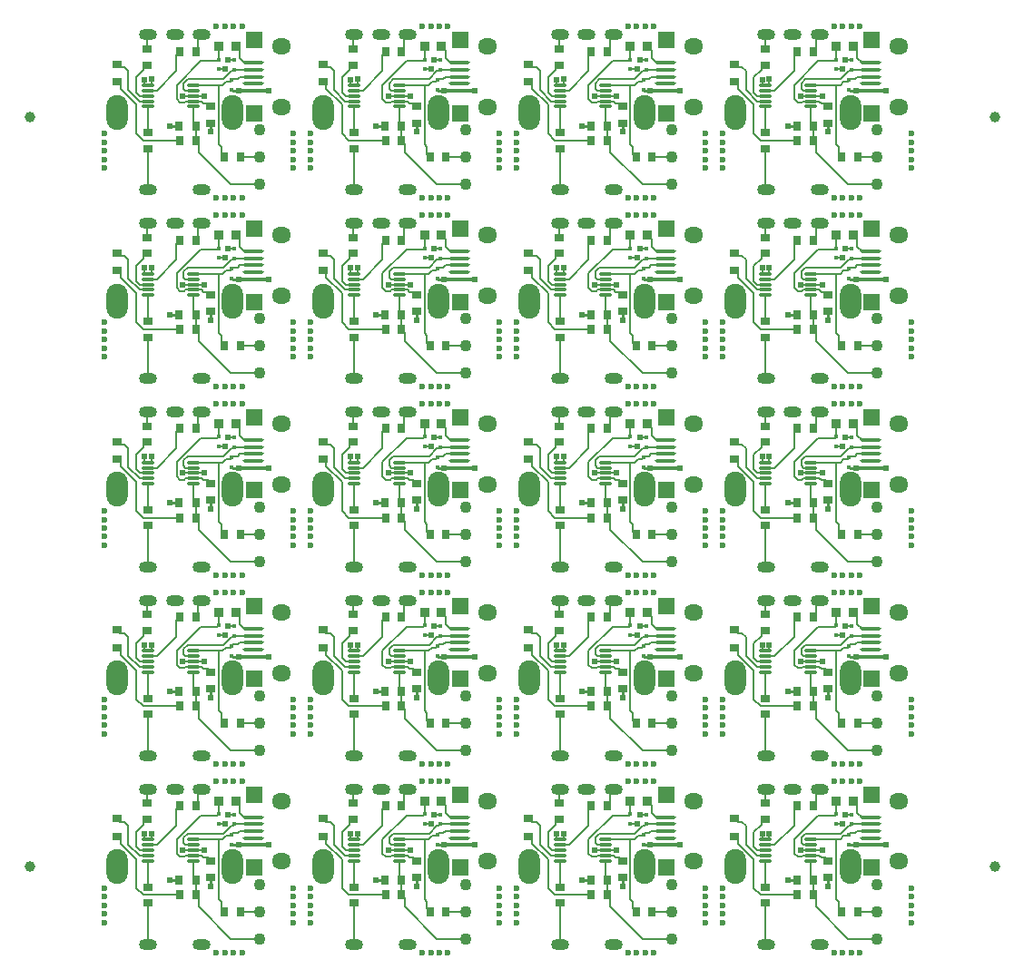
<source format=gbr>
%TF.GenerationSoftware,Altium Limited,Altium Designer,20.1.8 (145)*%
G04 Layer_Physical_Order=2*
G04 Layer_Color=16711680*
%FSLAX45Y45*%
%MOMM*%
%TF.SameCoordinates,0AB19B83-9B04-4470-A1CB-4E81E99A1085*%
%TF.FilePolarity,Positive*%
%TF.FileFunction,Copper,L2,Bot,Signal*%
%TF.Part,CustomerPanel*%
G01*
G75*
%TA.AperFunction,SMDPad,CuDef*%
%ADD10C,1.00000*%
%TA.AperFunction,WasherPad*%
%ADD11C,0.60000*%
%TA.AperFunction,ComponentPad*%
%ADD12O,1.80000X1.50000*%
G04:AMPARAMS|DCode=13|XSize=1.1mm|YSize=1.1mm|CornerRadius=0.55mm|HoleSize=0mm|Usage=FLASHONLY|Rotation=90.000|XOffset=0mm|YOffset=0mm|HoleType=Round|Shape=RoundedRectangle|*
%AMROUNDEDRECTD13*
21,1,1.10000,0.00000,0,0,90.0*
21,1,0.00000,1.10000,0,0,90.0*
1,1,1.10000,0.00000,0.00000*
1,1,1.10000,0.00000,0.00000*
1,1,1.10000,0.00000,0.00000*
1,1,1.10000,0.00000,0.00000*
%
%ADD13ROUNDEDRECTD13*%
%ADD14O,1.70000X1.00000*%
%ADD15O,2.00000X3.25000*%
G04:AMPARAMS|DCode=16|XSize=2mm|YSize=3.25mm|CornerRadius=1mm|HoleSize=0mm|Usage=FLASHONLY|Rotation=180.000|XOffset=0mm|YOffset=0mm|HoleType=Round|Shape=RoundedRectangle|*
%AMROUNDEDRECTD16*
21,1,2.00000,1.25000,0,0,180.0*
21,1,0.00000,3.25000,0,0,180.0*
1,1,2.00000,0.00000,0.62500*
1,1,2.00000,0.00000,0.62500*
1,1,2.00000,0.00000,-0.62500*
1,1,2.00000,0.00000,-0.62500*
%
%ADD16ROUNDEDRECTD16*%
%TA.AperFunction,ViaPad*%
%ADD17C,0.61000*%
%TA.AperFunction,SMDPad,CuDef*%
%ADD18O,1.25000X0.30000*%
G04:AMPARAMS|DCode=19|XSize=1.6mm|YSize=1.6mm|CornerRadius=0.008mm|HoleSize=0mm|Usage=FLASHONLY|Rotation=270.000|XOffset=0mm|YOffset=0mm|HoleType=Round|Shape=RoundedRectangle|*
%AMROUNDEDRECTD19*
21,1,1.60000,1.58400,0,0,270.0*
21,1,1.58400,1.60000,0,0,270.0*
1,1,0.01600,-0.79200,-0.79200*
1,1,0.01600,-0.79200,0.79200*
1,1,0.01600,0.79200,0.79200*
1,1,0.01600,0.79200,-0.79200*
%
%ADD19ROUNDEDRECTD19*%
%TA.AperFunction,ConnectorPad*%
G04:AMPARAMS|DCode=20|XSize=0.35mm|YSize=2mm|CornerRadius=0.175mm|HoleSize=0mm|Usage=FLASHONLY|Rotation=270.000|XOffset=0mm|YOffset=0mm|HoleType=Round|Shape=RoundedRectangle|*
%AMROUNDEDRECTD20*
21,1,0.35000,1.65000,0,0,270.0*
21,1,0.00000,2.00000,0,0,270.0*
1,1,0.35000,-0.82500,0.00000*
1,1,0.35000,-0.82500,0.00000*
1,1,0.35000,0.82500,0.00000*
1,1,0.35000,0.82500,0.00000*
%
%ADD20ROUNDEDRECTD20*%
%TA.AperFunction,SMDPad,CuDef*%
G04:AMPARAMS|DCode=21|XSize=0.8mm|YSize=0.7mm|CornerRadius=0.0035mm|HoleSize=0mm|Usage=FLASHONLY|Rotation=0.000|XOffset=0mm|YOffset=0mm|HoleType=Round|Shape=RoundedRectangle|*
%AMROUNDEDRECTD21*
21,1,0.80000,0.69300,0,0,0.0*
21,1,0.79300,0.70000,0,0,0.0*
1,1,0.00700,0.39650,-0.34650*
1,1,0.00700,-0.39650,-0.34650*
1,1,0.00700,-0.39650,0.34650*
1,1,0.00700,0.39650,0.34650*
%
%ADD21ROUNDEDRECTD21*%
G04:AMPARAMS|DCode=22|XSize=0.85mm|YSize=0.75mm|CornerRadius=0.00375mm|HoleSize=0mm|Usage=FLASHONLY|Rotation=270.000|XOffset=0mm|YOffset=0mm|HoleType=Round|Shape=RoundedRectangle|*
%AMROUNDEDRECTD22*
21,1,0.85000,0.74250,0,0,270.0*
21,1,0.84250,0.75000,0,0,270.0*
1,1,0.00750,-0.37125,-0.42125*
1,1,0.00750,-0.37125,0.42125*
1,1,0.00750,0.37125,0.42125*
1,1,0.00750,0.37125,-0.42125*
%
%ADD22ROUNDEDRECTD22*%
G04:AMPARAMS|DCode=23|XSize=0.85mm|YSize=0.75mm|CornerRadius=0.00375mm|HoleSize=0mm|Usage=FLASHONLY|Rotation=0.000|XOffset=0mm|YOffset=0mm|HoleType=Round|Shape=RoundedRectangle|*
%AMROUNDEDRECTD23*
21,1,0.85000,0.74250,0,0,0.0*
21,1,0.84250,0.75000,0,0,0.0*
1,1,0.00750,0.42125,-0.37125*
1,1,0.00750,-0.42125,-0.37125*
1,1,0.00750,-0.42125,0.37125*
1,1,0.00750,0.42125,0.37125*
%
%ADD23ROUNDEDRECTD23*%
G04:AMPARAMS|DCode=24|XSize=0.8mm|YSize=0.7mm|CornerRadius=0.0035mm|HoleSize=0mm|Usage=FLASHONLY|Rotation=90.000|XOffset=0mm|YOffset=0mm|HoleType=Round|Shape=RoundedRectangle|*
%AMROUNDEDRECTD24*
21,1,0.80000,0.69300,0,0,90.0*
21,1,0.79300,0.70000,0,0,90.0*
1,1,0.00700,0.34650,0.39650*
1,1,0.00700,0.34650,-0.39650*
1,1,0.00700,-0.34650,-0.39650*
1,1,0.00700,-0.34650,0.39650*
%
%ADD24ROUNDEDRECTD24*%
G04:AMPARAMS|DCode=25|XSize=0.4mm|YSize=0.4mm|CornerRadius=0.002mm|HoleSize=0mm|Usage=FLASHONLY|Rotation=180.000|XOffset=0mm|YOffset=0mm|HoleType=Round|Shape=RoundedRectangle|*
%AMROUNDEDRECTD25*
21,1,0.40000,0.39600,0,0,180.0*
21,1,0.39600,0.40000,0,0,180.0*
1,1,0.00400,-0.19800,0.19800*
1,1,0.00400,0.19800,0.19800*
1,1,0.00400,0.19800,-0.19800*
1,1,0.00400,-0.19800,-0.19800*
%
%ADD25ROUNDEDRECTD25*%
G04:AMPARAMS|DCode=26|XSize=0.9mm|YSize=0.9mm|CornerRadius=0.045mm|HoleSize=0mm|Usage=FLASHONLY|Rotation=180.000|XOffset=0mm|YOffset=0mm|HoleType=Round|Shape=RoundedRectangle|*
%AMROUNDEDRECTD26*
21,1,0.90000,0.81000,0,0,180.0*
21,1,0.81000,0.90000,0,0,180.0*
1,1,0.09000,-0.40500,0.40500*
1,1,0.09000,0.40500,0.40500*
1,1,0.09000,0.40500,-0.40500*
1,1,0.09000,-0.40500,-0.40500*
%
%ADD26ROUNDEDRECTD26*%
%TA.AperFunction,Conductor*%
%ADD27C,0.12700*%
%ADD28C,0.15240*%
%ADD29C,0.20320*%
%ADD30C,0.27940*%
%ADD31C,0.35560*%
%ADD32C,0.22860*%
D10*
X9500000Y8500000D02*
D03*
X500000D02*
D03*
X9500000Y1500000D02*
D03*
X500000D02*
D03*
D11*
X8000000Y2300000D02*
D03*
X8080000D02*
D03*
X8160000D02*
D03*
X8240000D02*
D03*
X6960000Y980000D02*
D03*
Y1060000D02*
D03*
Y1140000D02*
D03*
Y1220000D02*
D03*
Y1300000D02*
D03*
X8720000Y1060000D02*
D03*
Y1300000D02*
D03*
Y1140000D02*
D03*
Y1220000D02*
D03*
Y980000D02*
D03*
X8240000Y700000D02*
D03*
X8160000D02*
D03*
X8080000D02*
D03*
X8000000D02*
D03*
X6080000D02*
D03*
X6160000D02*
D03*
X6240000D02*
D03*
X6320000D02*
D03*
X6800000Y980000D02*
D03*
Y1220000D02*
D03*
Y1140000D02*
D03*
Y1300000D02*
D03*
Y1060000D02*
D03*
X5040000Y1300000D02*
D03*
Y1220000D02*
D03*
Y1140000D02*
D03*
Y1060000D02*
D03*
Y980000D02*
D03*
X6320000Y2300000D02*
D03*
X6240000D02*
D03*
X6160000D02*
D03*
X6080000D02*
D03*
X4160000D02*
D03*
X4240000D02*
D03*
X4320000D02*
D03*
X4400000D02*
D03*
X3120000Y980000D02*
D03*
Y1060000D02*
D03*
Y1140000D02*
D03*
Y1220000D02*
D03*
Y1300000D02*
D03*
X4880000Y1060000D02*
D03*
Y1300000D02*
D03*
Y1140000D02*
D03*
Y1220000D02*
D03*
Y980000D02*
D03*
X4400000Y700000D02*
D03*
X4320000D02*
D03*
X4240000D02*
D03*
X4160000D02*
D03*
X2240000D02*
D03*
X2320000D02*
D03*
X2400000D02*
D03*
X2480000D02*
D03*
X2960000Y980000D02*
D03*
Y1220000D02*
D03*
Y1140000D02*
D03*
Y1300000D02*
D03*
Y1060000D02*
D03*
X1200000Y1300000D02*
D03*
Y1220000D02*
D03*
Y1140000D02*
D03*
Y1060000D02*
D03*
Y980000D02*
D03*
X2480000Y2300000D02*
D03*
X2400000D02*
D03*
X2320000D02*
D03*
X2240000D02*
D03*
X8000000Y5820000D02*
D03*
X8080000D02*
D03*
X8160000D02*
D03*
X8240000D02*
D03*
X6960000Y4500000D02*
D03*
Y4580000D02*
D03*
Y4660000D02*
D03*
Y4740000D02*
D03*
Y4820000D02*
D03*
X8720000Y4580000D02*
D03*
Y4820000D02*
D03*
Y4660000D02*
D03*
Y4740000D02*
D03*
Y4500000D02*
D03*
X8240000Y4220000D02*
D03*
X8160000D02*
D03*
X8080000D02*
D03*
X8000000D02*
D03*
Y2460000D02*
D03*
X8080000D02*
D03*
X8160000D02*
D03*
X8240000D02*
D03*
X8720000Y2740000D02*
D03*
Y2980000D02*
D03*
Y2900000D02*
D03*
Y3060000D02*
D03*
Y2820000D02*
D03*
X6960000Y3060000D02*
D03*
Y2980000D02*
D03*
Y2900000D02*
D03*
Y2820000D02*
D03*
Y2740000D02*
D03*
X8240000Y4060000D02*
D03*
X8160000D02*
D03*
X8080000D02*
D03*
X8000000D02*
D03*
X6080000Y4220000D02*
D03*
X6160000D02*
D03*
X6240000D02*
D03*
X6320000D02*
D03*
X6800000Y4500000D02*
D03*
Y4740000D02*
D03*
Y4660000D02*
D03*
Y4820000D02*
D03*
Y4580000D02*
D03*
X5040000Y4820000D02*
D03*
Y4740000D02*
D03*
Y4660000D02*
D03*
Y4580000D02*
D03*
Y4500000D02*
D03*
X6320000Y5820000D02*
D03*
X6240000D02*
D03*
X6160000D02*
D03*
X6080000D02*
D03*
Y2460000D02*
D03*
X6160000D02*
D03*
X6240000D02*
D03*
X6320000D02*
D03*
X6800000Y2740000D02*
D03*
Y2980000D02*
D03*
Y2900000D02*
D03*
Y3060000D02*
D03*
Y2820000D02*
D03*
X5040000Y3060000D02*
D03*
Y2980000D02*
D03*
Y2900000D02*
D03*
Y2820000D02*
D03*
Y2740000D02*
D03*
X6320000Y4060000D02*
D03*
X6240000D02*
D03*
X6160000D02*
D03*
X6080000D02*
D03*
X4160000Y5820000D02*
D03*
X4240000D02*
D03*
X4320000D02*
D03*
X4400000D02*
D03*
X3120000Y4500000D02*
D03*
Y4580000D02*
D03*
Y4660000D02*
D03*
Y4740000D02*
D03*
Y4820000D02*
D03*
X4880000Y4580000D02*
D03*
Y4820000D02*
D03*
Y4660000D02*
D03*
Y4740000D02*
D03*
Y4500000D02*
D03*
X4400000Y4220000D02*
D03*
X4320000D02*
D03*
X4240000D02*
D03*
X4160000D02*
D03*
Y2460000D02*
D03*
X4240000D02*
D03*
X4320000D02*
D03*
X4400000D02*
D03*
X4880000Y2740000D02*
D03*
Y2980000D02*
D03*
Y2900000D02*
D03*
Y3060000D02*
D03*
Y2820000D02*
D03*
X3120000Y3060000D02*
D03*
Y2980000D02*
D03*
Y2900000D02*
D03*
Y2820000D02*
D03*
Y2740000D02*
D03*
X4400000Y4060000D02*
D03*
X4320000D02*
D03*
X4240000D02*
D03*
X4160000D02*
D03*
X2240000Y4220000D02*
D03*
X2320000D02*
D03*
X2400000D02*
D03*
X2480000D02*
D03*
X2960000Y4500000D02*
D03*
Y4740000D02*
D03*
Y4660000D02*
D03*
Y4820000D02*
D03*
Y4580000D02*
D03*
X1200000Y4820000D02*
D03*
Y4740000D02*
D03*
Y4660000D02*
D03*
Y4580000D02*
D03*
Y4500000D02*
D03*
X2480000Y5820000D02*
D03*
X2400000D02*
D03*
X2320000D02*
D03*
X2240000D02*
D03*
Y2460000D02*
D03*
X2320000D02*
D03*
X2400000D02*
D03*
X2480000D02*
D03*
X2960000Y2740000D02*
D03*
Y2980000D02*
D03*
Y2900000D02*
D03*
Y3060000D02*
D03*
Y2820000D02*
D03*
X1200000Y3060000D02*
D03*
Y2980000D02*
D03*
Y2900000D02*
D03*
Y2820000D02*
D03*
Y2740000D02*
D03*
X2480000Y4060000D02*
D03*
X2400000D02*
D03*
X2320000D02*
D03*
X2240000D02*
D03*
X4160000Y9340000D02*
D03*
X4240000D02*
D03*
X4320000D02*
D03*
X4400000D02*
D03*
X3120000Y8020000D02*
D03*
Y8100000D02*
D03*
Y8180000D02*
D03*
Y8260000D02*
D03*
Y8340000D02*
D03*
X4880000Y8100000D02*
D03*
Y8340000D02*
D03*
Y8180000D02*
D03*
Y8260000D02*
D03*
Y8020000D02*
D03*
X4400000Y7740000D02*
D03*
X4320000D02*
D03*
X4240000D02*
D03*
X4160000D02*
D03*
Y5980000D02*
D03*
X4240000D02*
D03*
X4320000D02*
D03*
X4400000D02*
D03*
X4880000Y6260000D02*
D03*
Y6500000D02*
D03*
Y6420000D02*
D03*
Y6580000D02*
D03*
Y6340000D02*
D03*
X3120000Y6580000D02*
D03*
Y6500000D02*
D03*
Y6420000D02*
D03*
Y6340000D02*
D03*
Y6260000D02*
D03*
X4400000Y7580000D02*
D03*
X4320000D02*
D03*
X4240000D02*
D03*
X4160000D02*
D03*
X2240000Y7740000D02*
D03*
X2320000D02*
D03*
X2400000D02*
D03*
X2480000D02*
D03*
X2960000Y8020000D02*
D03*
Y8260000D02*
D03*
Y8180000D02*
D03*
Y8340000D02*
D03*
Y8100000D02*
D03*
X1200000Y8340000D02*
D03*
Y8260000D02*
D03*
Y8180000D02*
D03*
Y8100000D02*
D03*
Y8020000D02*
D03*
X2480000Y9340000D02*
D03*
X2400000D02*
D03*
X2320000D02*
D03*
X2240000D02*
D03*
Y5980000D02*
D03*
X2320000D02*
D03*
X2400000D02*
D03*
X2480000D02*
D03*
X2960000Y6260000D02*
D03*
Y6500000D02*
D03*
Y6420000D02*
D03*
Y6580000D02*
D03*
Y6340000D02*
D03*
X1200000Y6580000D02*
D03*
Y6500000D02*
D03*
Y6420000D02*
D03*
Y6340000D02*
D03*
Y6260000D02*
D03*
X2480000Y7580000D02*
D03*
X2400000D02*
D03*
X2320000D02*
D03*
X2240000D02*
D03*
X6080000D02*
D03*
X6160000D02*
D03*
X6240000D02*
D03*
X6320000D02*
D03*
X5040000Y6260000D02*
D03*
Y6340000D02*
D03*
Y6420000D02*
D03*
Y6500000D02*
D03*
Y6580000D02*
D03*
X6800000Y6340000D02*
D03*
Y6580000D02*
D03*
Y6420000D02*
D03*
Y6500000D02*
D03*
Y6260000D02*
D03*
X6320000Y5980000D02*
D03*
X6240000D02*
D03*
X6160000D02*
D03*
X6080000D02*
D03*
Y9340000D02*
D03*
X6160000D02*
D03*
X6240000D02*
D03*
X6320000D02*
D03*
X5040000Y8020000D02*
D03*
Y8100000D02*
D03*
Y8180000D02*
D03*
Y8260000D02*
D03*
Y8340000D02*
D03*
X6800000Y8100000D02*
D03*
Y8340000D02*
D03*
Y8180000D02*
D03*
Y8260000D02*
D03*
Y8020000D02*
D03*
X6320000Y7740000D02*
D03*
X6240000D02*
D03*
X6160000D02*
D03*
X6080000D02*
D03*
X8000000Y7580000D02*
D03*
X8080000D02*
D03*
X8160000D02*
D03*
X8240000D02*
D03*
X6960000Y6260000D02*
D03*
Y6340000D02*
D03*
Y6420000D02*
D03*
Y6500000D02*
D03*
Y6580000D02*
D03*
X8720000Y6340000D02*
D03*
Y6580000D02*
D03*
Y6420000D02*
D03*
Y6500000D02*
D03*
Y6260000D02*
D03*
X8240000Y5980000D02*
D03*
X8160000D02*
D03*
X8080000D02*
D03*
X8000000D02*
D03*
Y7740000D02*
D03*
X8080000D02*
D03*
X8160000D02*
D03*
X8240000D02*
D03*
X8720000Y8020000D02*
D03*
Y8260000D02*
D03*
Y8180000D02*
D03*
Y8340000D02*
D03*
Y8100000D02*
D03*
X6960000Y8340000D02*
D03*
Y8260000D02*
D03*
Y8180000D02*
D03*
Y8100000D02*
D03*
Y8020000D02*
D03*
X8240000Y9340000D02*
D03*
X8160000D02*
D03*
X8080000D02*
D03*
X8000000D02*
D03*
D12*
X2848480Y1549000D02*
D03*
Y2115000D02*
D03*
X4768480Y1549000D02*
D03*
Y2115000D02*
D03*
X6688480Y1549000D02*
D03*
Y2115000D02*
D03*
X8608480Y1549000D02*
D03*
Y2115000D02*
D03*
X2848480Y3309000D02*
D03*
Y3875000D02*
D03*
X4768480Y3309000D02*
D03*
Y3875000D02*
D03*
X6688480Y3309000D02*
D03*
Y3875000D02*
D03*
X8608480Y3309000D02*
D03*
Y3875000D02*
D03*
X2848480Y5069000D02*
D03*
Y5635000D02*
D03*
X4768480Y5069000D02*
D03*
Y5635000D02*
D03*
X6688480Y5069000D02*
D03*
Y5635000D02*
D03*
X8608480Y5069000D02*
D03*
Y5635000D02*
D03*
X2848480Y6829000D02*
D03*
Y7395000D02*
D03*
X4768480Y6829000D02*
D03*
Y7395000D02*
D03*
X6688480Y6829000D02*
D03*
Y7395000D02*
D03*
X8608480Y6829000D02*
D03*
Y7395000D02*
D03*
X2848480Y8589000D02*
D03*
Y9155000D02*
D03*
X4768480Y8589000D02*
D03*
Y9155000D02*
D03*
X6688480Y8589000D02*
D03*
Y9155000D02*
D03*
X8608480Y8589000D02*
D03*
Y9155000D02*
D03*
D13*
X2644000Y1081000D02*
D03*
Y1335000D02*
D03*
Y827000D02*
D03*
X4564000Y1081000D02*
D03*
Y1335000D02*
D03*
Y827000D02*
D03*
X6484000Y1081000D02*
D03*
Y1335000D02*
D03*
Y827000D02*
D03*
X8404000Y1081000D02*
D03*
Y1335000D02*
D03*
Y827000D02*
D03*
X2644000Y2841000D02*
D03*
Y3095000D02*
D03*
Y2587000D02*
D03*
X4564000Y2841000D02*
D03*
Y3095000D02*
D03*
Y2587000D02*
D03*
X6484000Y2841000D02*
D03*
Y3095000D02*
D03*
Y2587000D02*
D03*
X8404000Y2841000D02*
D03*
Y3095000D02*
D03*
Y2587000D02*
D03*
X2644000Y4601000D02*
D03*
Y4855000D02*
D03*
Y4347000D02*
D03*
X4564000Y4601000D02*
D03*
Y4855000D02*
D03*
Y4347000D02*
D03*
X6484000Y4601000D02*
D03*
Y4855000D02*
D03*
Y4347000D02*
D03*
X8404000Y4601000D02*
D03*
Y4855000D02*
D03*
Y4347000D02*
D03*
X2644000Y6361000D02*
D03*
Y6615000D02*
D03*
Y6107000D02*
D03*
X4564000Y6361000D02*
D03*
Y6615000D02*
D03*
Y6107000D02*
D03*
X6484000Y6361000D02*
D03*
Y6615000D02*
D03*
Y6107000D02*
D03*
X8404000Y6361000D02*
D03*
Y6615000D02*
D03*
Y6107000D02*
D03*
X2644000Y8121000D02*
D03*
Y8375000D02*
D03*
Y7867000D02*
D03*
X4564000Y8121000D02*
D03*
Y8375000D02*
D03*
Y7867000D02*
D03*
X6484000Y8121000D02*
D03*
Y8375000D02*
D03*
Y7867000D02*
D03*
X8404000Y8121000D02*
D03*
Y8375000D02*
D03*
Y7867000D02*
D03*
D14*
X1605420Y775500D02*
D03*
X2105420D02*
D03*
X1855420Y2225500D02*
D03*
X1605420D02*
D03*
X2105420D02*
D03*
X3525420Y775500D02*
D03*
X4025420D02*
D03*
X3775420Y2225500D02*
D03*
X3525420D02*
D03*
X4025420D02*
D03*
X5445420Y775500D02*
D03*
X5945420D02*
D03*
X5695420Y2225500D02*
D03*
X5445420D02*
D03*
X5945420D02*
D03*
X7365420Y775500D02*
D03*
X7865420D02*
D03*
X7615420Y2225500D02*
D03*
X7365420D02*
D03*
X7865420D02*
D03*
X1605420Y2535500D02*
D03*
X2105420D02*
D03*
X1855420Y3985500D02*
D03*
X1605420D02*
D03*
X2105420D02*
D03*
X3525420Y2535500D02*
D03*
X4025420D02*
D03*
X3775420Y3985500D02*
D03*
X3525420D02*
D03*
X4025420D02*
D03*
X5445420Y2535500D02*
D03*
X5945420D02*
D03*
X5695420Y3985500D02*
D03*
X5445420D02*
D03*
X5945420D02*
D03*
X7365420Y2535500D02*
D03*
X7865420D02*
D03*
X7615420Y3985500D02*
D03*
X7365420D02*
D03*
X7865420D02*
D03*
X1605420Y4295500D02*
D03*
X2105420D02*
D03*
X1855420Y5745500D02*
D03*
X1605420D02*
D03*
X2105420D02*
D03*
X3525420Y4295500D02*
D03*
X4025420D02*
D03*
X3775420Y5745500D02*
D03*
X3525420D02*
D03*
X4025420D02*
D03*
X5445420Y4295500D02*
D03*
X5945420D02*
D03*
X5695420Y5745500D02*
D03*
X5445420D02*
D03*
X5945420D02*
D03*
X7365420Y4295500D02*
D03*
X7865420D02*
D03*
X7615420Y5745500D02*
D03*
X7365420D02*
D03*
X7865420D02*
D03*
X1605420Y6055500D02*
D03*
X2105420D02*
D03*
X1855420Y7505500D02*
D03*
X1605420D02*
D03*
X2105420D02*
D03*
X3525420Y6055500D02*
D03*
X4025420D02*
D03*
X3775420Y7505500D02*
D03*
X3525420D02*
D03*
X4025420D02*
D03*
X5445420Y6055500D02*
D03*
X5945420D02*
D03*
X5695420Y7505500D02*
D03*
X5445420D02*
D03*
X5945420D02*
D03*
X7365420Y6055500D02*
D03*
X7865420D02*
D03*
X7615420Y7505500D02*
D03*
X7365420D02*
D03*
X7865420D02*
D03*
X1605420Y7815500D02*
D03*
X2105420D02*
D03*
X1855420Y9265500D02*
D03*
X1605420D02*
D03*
X2105420D02*
D03*
X3525420Y7815500D02*
D03*
X4025420D02*
D03*
X3775420Y9265500D02*
D03*
X3525420D02*
D03*
X4025420D02*
D03*
X5445420Y7815500D02*
D03*
X5945420D02*
D03*
X5695420Y9265500D02*
D03*
X5445420D02*
D03*
X5945420D02*
D03*
X7365420Y7815500D02*
D03*
X7865420D02*
D03*
X7615420Y9265500D02*
D03*
X7365420D02*
D03*
X7865420D02*
D03*
D15*
X1317920Y1500500D02*
D03*
X3237920D02*
D03*
X5157920D02*
D03*
X7077920D02*
D03*
X1317920Y3260500D02*
D03*
X3237920D02*
D03*
X5157920D02*
D03*
X7077920D02*
D03*
X1317920Y5020500D02*
D03*
X3237920D02*
D03*
X5157920D02*
D03*
X7077920D02*
D03*
X1317920Y6780500D02*
D03*
X3237920D02*
D03*
X5157920D02*
D03*
X7077920D02*
D03*
X1317920Y8540500D02*
D03*
X3237920D02*
D03*
X5157920D02*
D03*
X7077920D02*
D03*
D16*
X2392920Y1500500D02*
D03*
X4312920D02*
D03*
X6232920D02*
D03*
X8152920D02*
D03*
X2392920Y3260500D02*
D03*
X4312920D02*
D03*
X6232920D02*
D03*
X8152920D02*
D03*
X2392920Y5020500D02*
D03*
X4312920D02*
D03*
X6232920D02*
D03*
X8152920D02*
D03*
X2392920Y6780500D02*
D03*
X4312920D02*
D03*
X6232920D02*
D03*
X8152920D02*
D03*
X2392920Y8540500D02*
D03*
X4312920D02*
D03*
X6232920D02*
D03*
X8152920D02*
D03*
D17*
X1570420Y1806660D02*
D03*
X1637450Y1808455D02*
D03*
X1926464Y1653300D02*
D03*
X1808945Y1374127D02*
D03*
X2187639Y1316876D02*
D03*
X2130500Y1653300D02*
D03*
X2322209Y1902080D02*
D03*
X2347208Y1987000D02*
D03*
X2727708Y1702000D02*
D03*
X2446843D02*
D03*
X3490420Y1806660D02*
D03*
X3557450Y1808455D02*
D03*
X3846464Y1653300D02*
D03*
X3728945Y1374127D02*
D03*
X4107639Y1316876D02*
D03*
X4050500Y1653300D02*
D03*
X4242209Y1902080D02*
D03*
X4267208Y1987000D02*
D03*
X4647708Y1702000D02*
D03*
X4366843D02*
D03*
X5410420Y1806660D02*
D03*
X5477450Y1808455D02*
D03*
X5766464Y1653300D02*
D03*
X5648945Y1374127D02*
D03*
X6027639Y1316876D02*
D03*
X5970500Y1653300D02*
D03*
X6162209Y1902080D02*
D03*
X6187208Y1987000D02*
D03*
X6567708Y1702000D02*
D03*
X6286843D02*
D03*
X7330420Y1806660D02*
D03*
X7397450Y1808455D02*
D03*
X7686464Y1653300D02*
D03*
X7568945Y1374127D02*
D03*
X7947639Y1316876D02*
D03*
X7890500Y1653300D02*
D03*
X8082209Y1902080D02*
D03*
X8107208Y1987000D02*
D03*
X8487708Y1702000D02*
D03*
X8206843D02*
D03*
X1570420Y3566660D02*
D03*
X1637450Y3568455D02*
D03*
X1926464Y3413300D02*
D03*
X1808945Y3134127D02*
D03*
X2187639Y3076876D02*
D03*
X2130500Y3413300D02*
D03*
X2322209Y3662080D02*
D03*
X2347208Y3747000D02*
D03*
X2727708Y3462000D02*
D03*
X2446843D02*
D03*
X3490420Y3566660D02*
D03*
X3557450Y3568455D02*
D03*
X3846464Y3413300D02*
D03*
X3728945Y3134127D02*
D03*
X4107639Y3076876D02*
D03*
X4050500Y3413300D02*
D03*
X4242209Y3662080D02*
D03*
X4267208Y3747000D02*
D03*
X4647708Y3462000D02*
D03*
X4366843D02*
D03*
X5410420Y3566660D02*
D03*
X5477450Y3568455D02*
D03*
X5766464Y3413300D02*
D03*
X5648945Y3134127D02*
D03*
X6027639Y3076876D02*
D03*
X5970500Y3413300D02*
D03*
X6162209Y3662080D02*
D03*
X6187208Y3747000D02*
D03*
X6567708Y3462000D02*
D03*
X6286843D02*
D03*
X7330420Y3566660D02*
D03*
X7397450Y3568455D02*
D03*
X7686464Y3413300D02*
D03*
X7568945Y3134127D02*
D03*
X7947639Y3076876D02*
D03*
X7890500Y3413300D02*
D03*
X8082209Y3662080D02*
D03*
X8107208Y3747000D02*
D03*
X8487708Y3462000D02*
D03*
X8206843D02*
D03*
X1570420Y5326660D02*
D03*
X1637450Y5328455D02*
D03*
X1926464Y5173300D02*
D03*
X1808945Y4894127D02*
D03*
X2187639Y4836876D02*
D03*
X2130500Y5173300D02*
D03*
X2322209Y5422080D02*
D03*
X2347208Y5507000D02*
D03*
X2727708Y5222000D02*
D03*
X2446843D02*
D03*
X3490420Y5326660D02*
D03*
X3557450Y5328455D02*
D03*
X3846464Y5173300D02*
D03*
X3728945Y4894127D02*
D03*
X4107639Y4836876D02*
D03*
X4050500Y5173300D02*
D03*
X4242209Y5422080D02*
D03*
X4267208Y5507000D02*
D03*
X4647708Y5222000D02*
D03*
X4366843D02*
D03*
X5410420Y5326660D02*
D03*
X5477450Y5328455D02*
D03*
X5766464Y5173300D02*
D03*
X5648945Y4894127D02*
D03*
X6027639Y4836876D02*
D03*
X5970500Y5173300D02*
D03*
X6162209Y5422080D02*
D03*
X6187208Y5507000D02*
D03*
X6567708Y5222000D02*
D03*
X6286843D02*
D03*
X7330420Y5326660D02*
D03*
X7397450Y5328455D02*
D03*
X7686464Y5173300D02*
D03*
X7568945Y4894127D02*
D03*
X7947639Y4836876D02*
D03*
X7890500Y5173300D02*
D03*
X8082209Y5422080D02*
D03*
X8107208Y5507000D02*
D03*
X8487708Y5222000D02*
D03*
X8206843D02*
D03*
X1570420Y7086660D02*
D03*
X1637450Y7088455D02*
D03*
X1926464Y6933300D02*
D03*
X1808945Y6654127D02*
D03*
X2187639Y6596876D02*
D03*
X2130500Y6933300D02*
D03*
X2322209Y7182080D02*
D03*
X2347208Y7267000D02*
D03*
X2727708Y6982000D02*
D03*
X2446843D02*
D03*
X3490420Y7086660D02*
D03*
X3557450Y7088455D02*
D03*
X3846464Y6933300D02*
D03*
X3728945Y6654127D02*
D03*
X4107639Y6596876D02*
D03*
X4050500Y6933300D02*
D03*
X4242209Y7182080D02*
D03*
X4267208Y7267000D02*
D03*
X4647708Y6982000D02*
D03*
X4366843D02*
D03*
X5410420Y7086660D02*
D03*
X5477450Y7088455D02*
D03*
X5766464Y6933300D02*
D03*
X5648945Y6654127D02*
D03*
X6027639Y6596876D02*
D03*
X5970500Y6933300D02*
D03*
X6162209Y7182080D02*
D03*
X6187208Y7267000D02*
D03*
X6567708Y6982000D02*
D03*
X6286843D02*
D03*
X7330420Y7086660D02*
D03*
X7397450Y7088455D02*
D03*
X7686464Y6933300D02*
D03*
X7568945Y6654127D02*
D03*
X7947639Y6596876D02*
D03*
X7890500Y6933300D02*
D03*
X8082209Y7182080D02*
D03*
X8107208Y7267000D02*
D03*
X8487708Y6982000D02*
D03*
X8206843D02*
D03*
X1570420Y8846660D02*
D03*
X1637450Y8848455D02*
D03*
X1926464Y8693300D02*
D03*
X1808945Y8414127D02*
D03*
X2187639Y8356876D02*
D03*
X2130500Y8693300D02*
D03*
X2322209Y8942080D02*
D03*
X2347208Y9027000D02*
D03*
X2727708Y8742000D02*
D03*
X2446843D02*
D03*
X3490420Y8846660D02*
D03*
X3557450Y8848455D02*
D03*
X3846464Y8693300D02*
D03*
X3728945Y8414127D02*
D03*
X4107639Y8356876D02*
D03*
X4050500Y8693300D02*
D03*
X4242209Y8942080D02*
D03*
X4267208Y9027000D02*
D03*
X4647708Y8742000D02*
D03*
X4366843D02*
D03*
X5410420Y8846660D02*
D03*
X5477450Y8848455D02*
D03*
X5766464Y8693300D02*
D03*
X5648945Y8414127D02*
D03*
X6027639Y8356876D02*
D03*
X5970500Y8693300D02*
D03*
X6162209Y8942080D02*
D03*
X6187208Y9027000D02*
D03*
X6567708Y8742000D02*
D03*
X6286843D02*
D03*
X7330420Y8846660D02*
D03*
X7397450Y8848455D02*
D03*
X7686464Y8693300D02*
D03*
X7568945Y8414127D02*
D03*
X7947639Y8356876D02*
D03*
X7890500Y8693300D02*
D03*
X8082209Y8942080D02*
D03*
X8107208Y9027000D02*
D03*
X8487708Y8742000D02*
D03*
X8206843D02*
D03*
D18*
X2027140Y1753300D02*
D03*
Y1703300D02*
D03*
Y1653300D02*
D03*
Y1603300D02*
D03*
Y1553300D02*
D03*
X1602141Y1753300D02*
D03*
Y1703300D02*
D03*
Y1653300D02*
D03*
Y1603300D02*
D03*
Y1553300D02*
D03*
X3947140Y1753300D02*
D03*
Y1703300D02*
D03*
Y1653300D02*
D03*
Y1603300D02*
D03*
Y1553300D02*
D03*
X3522141Y1753300D02*
D03*
Y1703300D02*
D03*
Y1653300D02*
D03*
Y1603300D02*
D03*
Y1553300D02*
D03*
X5867140Y1753300D02*
D03*
Y1703300D02*
D03*
Y1653300D02*
D03*
Y1603300D02*
D03*
Y1553300D02*
D03*
X5442140Y1753300D02*
D03*
Y1703300D02*
D03*
Y1653300D02*
D03*
Y1603300D02*
D03*
Y1553300D02*
D03*
X7787140Y1753300D02*
D03*
Y1703300D02*
D03*
Y1653300D02*
D03*
Y1603300D02*
D03*
Y1553300D02*
D03*
X7362140Y1753300D02*
D03*
Y1703300D02*
D03*
Y1653300D02*
D03*
Y1603300D02*
D03*
Y1553300D02*
D03*
X2027140Y3513300D02*
D03*
Y3463300D02*
D03*
Y3413300D02*
D03*
Y3363300D02*
D03*
Y3313300D02*
D03*
X1602141Y3513300D02*
D03*
Y3463300D02*
D03*
Y3413300D02*
D03*
Y3363300D02*
D03*
Y3313300D02*
D03*
X3947140Y3513300D02*
D03*
Y3463300D02*
D03*
Y3413300D02*
D03*
Y3363300D02*
D03*
Y3313300D02*
D03*
X3522141Y3513300D02*
D03*
Y3463300D02*
D03*
Y3413300D02*
D03*
Y3363300D02*
D03*
Y3313300D02*
D03*
X5867140Y3513300D02*
D03*
Y3463300D02*
D03*
Y3413300D02*
D03*
Y3363300D02*
D03*
Y3313300D02*
D03*
X5442140Y3513300D02*
D03*
Y3463300D02*
D03*
Y3413300D02*
D03*
Y3363300D02*
D03*
Y3313300D02*
D03*
X7787140Y3513300D02*
D03*
Y3463300D02*
D03*
Y3413300D02*
D03*
Y3363300D02*
D03*
Y3313300D02*
D03*
X7362140Y3513300D02*
D03*
Y3463300D02*
D03*
Y3413300D02*
D03*
Y3363300D02*
D03*
Y3313300D02*
D03*
X2027140Y5273300D02*
D03*
Y5223300D02*
D03*
Y5173300D02*
D03*
Y5123300D02*
D03*
Y5073300D02*
D03*
X1602141Y5273300D02*
D03*
Y5223300D02*
D03*
Y5173300D02*
D03*
Y5123300D02*
D03*
Y5073300D02*
D03*
X3947140Y5273300D02*
D03*
Y5223300D02*
D03*
Y5173300D02*
D03*
Y5123300D02*
D03*
Y5073300D02*
D03*
X3522141Y5273300D02*
D03*
Y5223300D02*
D03*
Y5173300D02*
D03*
Y5123300D02*
D03*
Y5073300D02*
D03*
X5867140Y5273300D02*
D03*
Y5223300D02*
D03*
Y5173300D02*
D03*
Y5123300D02*
D03*
Y5073300D02*
D03*
X5442140Y5273300D02*
D03*
Y5223300D02*
D03*
Y5173300D02*
D03*
Y5123300D02*
D03*
Y5073300D02*
D03*
X7787140Y5273300D02*
D03*
Y5223300D02*
D03*
Y5173300D02*
D03*
Y5123300D02*
D03*
Y5073300D02*
D03*
X7362140Y5273300D02*
D03*
Y5223300D02*
D03*
Y5173300D02*
D03*
Y5123300D02*
D03*
Y5073300D02*
D03*
X2027140Y7033300D02*
D03*
Y6983300D02*
D03*
Y6933300D02*
D03*
Y6883300D02*
D03*
Y6833300D02*
D03*
X1602141Y7033300D02*
D03*
Y6983300D02*
D03*
Y6933300D02*
D03*
Y6883300D02*
D03*
Y6833300D02*
D03*
X3947140Y7033300D02*
D03*
Y6983300D02*
D03*
Y6933300D02*
D03*
Y6883300D02*
D03*
Y6833300D02*
D03*
X3522141Y7033300D02*
D03*
Y6983300D02*
D03*
Y6933300D02*
D03*
Y6883300D02*
D03*
Y6833300D02*
D03*
X5867140Y7033300D02*
D03*
Y6983300D02*
D03*
Y6933300D02*
D03*
Y6883300D02*
D03*
Y6833300D02*
D03*
X5442140Y7033300D02*
D03*
Y6983300D02*
D03*
Y6933300D02*
D03*
Y6883300D02*
D03*
Y6833300D02*
D03*
X7787140Y7033300D02*
D03*
Y6983300D02*
D03*
Y6933300D02*
D03*
Y6883300D02*
D03*
Y6833300D02*
D03*
X7362140Y7033300D02*
D03*
Y6983300D02*
D03*
Y6933300D02*
D03*
Y6883300D02*
D03*
Y6833300D02*
D03*
X2027140Y8793300D02*
D03*
Y8743300D02*
D03*
Y8693300D02*
D03*
Y8643300D02*
D03*
Y8593300D02*
D03*
X1602141Y8793300D02*
D03*
Y8743300D02*
D03*
Y8693300D02*
D03*
Y8643300D02*
D03*
Y8593300D02*
D03*
X3947140Y8793300D02*
D03*
Y8743300D02*
D03*
Y8693300D02*
D03*
Y8643300D02*
D03*
Y8593300D02*
D03*
X3522141Y8793300D02*
D03*
Y8743300D02*
D03*
Y8693300D02*
D03*
Y8643300D02*
D03*
Y8593300D02*
D03*
X5867140Y8793300D02*
D03*
Y8743300D02*
D03*
Y8693300D02*
D03*
Y8643300D02*
D03*
Y8593300D02*
D03*
X5442140Y8793300D02*
D03*
Y8743300D02*
D03*
Y8693300D02*
D03*
Y8643300D02*
D03*
Y8593300D02*
D03*
X7787140Y8793300D02*
D03*
Y8743300D02*
D03*
Y8693300D02*
D03*
Y8643300D02*
D03*
Y8593300D02*
D03*
X7362140Y8793300D02*
D03*
Y8743300D02*
D03*
Y8693300D02*
D03*
Y8643300D02*
D03*
Y8593300D02*
D03*
D19*
X2593480Y1492000D02*
D03*
Y2172000D02*
D03*
X4513480Y1492000D02*
D03*
Y2172000D02*
D03*
X6433480Y1492000D02*
D03*
Y2172000D02*
D03*
X8353480Y1492000D02*
D03*
Y2172000D02*
D03*
X2593480Y3252000D02*
D03*
Y3932000D02*
D03*
X4513480Y3252000D02*
D03*
Y3932000D02*
D03*
X6433480Y3252000D02*
D03*
Y3932000D02*
D03*
X8353480Y3252000D02*
D03*
Y3932000D02*
D03*
X2593480Y5012000D02*
D03*
Y5692000D02*
D03*
X4513480Y5012000D02*
D03*
Y5692000D02*
D03*
X6433480Y5012000D02*
D03*
Y5692000D02*
D03*
X8353480Y5012000D02*
D03*
Y5692000D02*
D03*
X2593480Y6772000D02*
D03*
Y7452000D02*
D03*
X4513480Y6772000D02*
D03*
Y7452000D02*
D03*
X6433480Y6772000D02*
D03*
Y7452000D02*
D03*
X8353480Y6772000D02*
D03*
Y7452000D02*
D03*
X2593480Y8532000D02*
D03*
Y9212000D02*
D03*
X4513480Y8532000D02*
D03*
Y9212000D02*
D03*
X6433480Y8532000D02*
D03*
Y9212000D02*
D03*
X8353480Y8532000D02*
D03*
Y9212000D02*
D03*
D20*
X2585980Y1702000D02*
D03*
Y1767000D02*
D03*
Y1832000D02*
D03*
Y1962000D02*
D03*
Y1897000D02*
D03*
X4505980Y1702000D02*
D03*
Y1767000D02*
D03*
Y1832000D02*
D03*
Y1962000D02*
D03*
Y1897000D02*
D03*
X6425980Y1702000D02*
D03*
Y1767000D02*
D03*
Y1832000D02*
D03*
Y1962000D02*
D03*
Y1897000D02*
D03*
X8345980Y1702000D02*
D03*
Y1767000D02*
D03*
Y1832000D02*
D03*
Y1962000D02*
D03*
Y1897000D02*
D03*
X2585980Y3462000D02*
D03*
Y3527000D02*
D03*
Y3592000D02*
D03*
Y3722000D02*
D03*
Y3657000D02*
D03*
X4505980Y3462000D02*
D03*
Y3527000D02*
D03*
Y3592000D02*
D03*
Y3722000D02*
D03*
Y3657000D02*
D03*
X6425980Y3462000D02*
D03*
Y3527000D02*
D03*
Y3592000D02*
D03*
Y3722000D02*
D03*
Y3657000D02*
D03*
X8345980Y3462000D02*
D03*
Y3527000D02*
D03*
Y3592000D02*
D03*
Y3722000D02*
D03*
Y3657000D02*
D03*
X2585980Y5222000D02*
D03*
Y5287000D02*
D03*
Y5352000D02*
D03*
Y5482000D02*
D03*
Y5417000D02*
D03*
X4505980Y5222000D02*
D03*
Y5287000D02*
D03*
Y5352000D02*
D03*
Y5482000D02*
D03*
Y5417000D02*
D03*
X6425980Y5222000D02*
D03*
Y5287000D02*
D03*
Y5352000D02*
D03*
Y5482000D02*
D03*
Y5417000D02*
D03*
X8345980Y5222000D02*
D03*
Y5287000D02*
D03*
Y5352000D02*
D03*
Y5482000D02*
D03*
Y5417000D02*
D03*
X2585980Y6982000D02*
D03*
Y7047000D02*
D03*
Y7112000D02*
D03*
Y7242000D02*
D03*
Y7177000D02*
D03*
X4505980Y6982000D02*
D03*
Y7047000D02*
D03*
Y7112000D02*
D03*
Y7242000D02*
D03*
Y7177000D02*
D03*
X6425980Y6982000D02*
D03*
Y7047000D02*
D03*
Y7112000D02*
D03*
Y7242000D02*
D03*
Y7177000D02*
D03*
X8345980Y6982000D02*
D03*
Y7047000D02*
D03*
Y7112000D02*
D03*
Y7242000D02*
D03*
Y7177000D02*
D03*
X2585980Y8742000D02*
D03*
Y8807000D02*
D03*
Y8872000D02*
D03*
Y9002000D02*
D03*
Y8937000D02*
D03*
X4505980Y8742000D02*
D03*
Y8807000D02*
D03*
Y8872000D02*
D03*
Y9002000D02*
D03*
Y8937000D02*
D03*
X6425980Y8742000D02*
D03*
Y8807000D02*
D03*
Y8872000D02*
D03*
Y9002000D02*
D03*
Y8937000D02*
D03*
X8345980Y8742000D02*
D03*
Y8807000D02*
D03*
Y8872000D02*
D03*
Y9002000D02*
D03*
Y8937000D02*
D03*
D21*
X1313780Y1948165D02*
D03*
Y1783165D02*
D03*
X1602141Y1311776D02*
D03*
Y1161775D02*
D03*
X1597800Y2092125D02*
D03*
Y1942125D02*
D03*
X3233780Y1948165D02*
D03*
Y1783165D02*
D03*
X3522141Y1311776D02*
D03*
Y1161775D02*
D03*
X3517800Y2092125D02*
D03*
Y1942125D02*
D03*
X5153780Y1948165D02*
D03*
Y1783165D02*
D03*
X5442140Y1311776D02*
D03*
Y1161775D02*
D03*
X5437800Y2092125D02*
D03*
Y1942125D02*
D03*
X7073780Y1948165D02*
D03*
Y1783165D02*
D03*
X7362140Y1311776D02*
D03*
Y1161775D02*
D03*
X7357800Y2092125D02*
D03*
Y1942125D02*
D03*
X1313780Y3708165D02*
D03*
Y3543165D02*
D03*
X1602141Y3071776D02*
D03*
Y2921775D02*
D03*
X1597800Y3852125D02*
D03*
Y3702125D02*
D03*
X3233780Y3708165D02*
D03*
Y3543165D02*
D03*
X3522141Y3071776D02*
D03*
Y2921775D02*
D03*
X3517800Y3852125D02*
D03*
Y3702125D02*
D03*
X5153780Y3708165D02*
D03*
Y3543165D02*
D03*
X5442140Y3071776D02*
D03*
Y2921775D02*
D03*
X5437800Y3852125D02*
D03*
Y3702125D02*
D03*
X7073780Y3708165D02*
D03*
Y3543165D02*
D03*
X7362140Y3071776D02*
D03*
Y2921775D02*
D03*
X7357800Y3852125D02*
D03*
Y3702125D02*
D03*
X1313780Y5468165D02*
D03*
Y5303165D02*
D03*
X1602141Y4831776D02*
D03*
Y4681775D02*
D03*
X1597800Y5612125D02*
D03*
Y5462125D02*
D03*
X3233780Y5468165D02*
D03*
Y5303165D02*
D03*
X3522141Y4831776D02*
D03*
Y4681775D02*
D03*
X3517800Y5612125D02*
D03*
Y5462125D02*
D03*
X5153780Y5468165D02*
D03*
Y5303165D02*
D03*
X5442140Y4831776D02*
D03*
Y4681775D02*
D03*
X5437800Y5612125D02*
D03*
Y5462125D02*
D03*
X7073780Y5468165D02*
D03*
Y5303165D02*
D03*
X7362140Y4831776D02*
D03*
Y4681775D02*
D03*
X7357800Y5612125D02*
D03*
Y5462125D02*
D03*
X1313780Y7228165D02*
D03*
Y7063165D02*
D03*
X1602141Y6591776D02*
D03*
Y6441776D02*
D03*
X1597800Y7372125D02*
D03*
Y7222125D02*
D03*
X3233780Y7228165D02*
D03*
Y7063165D02*
D03*
X3522141Y6591776D02*
D03*
Y6441776D02*
D03*
X3517800Y7372125D02*
D03*
Y7222125D02*
D03*
X5153780Y7228165D02*
D03*
Y7063165D02*
D03*
X5442140Y6591776D02*
D03*
Y6441776D02*
D03*
X5437800Y7372125D02*
D03*
Y7222125D02*
D03*
X7073780Y7228165D02*
D03*
Y7063165D02*
D03*
X7362140Y6591776D02*
D03*
Y6441776D02*
D03*
X7357800Y7372125D02*
D03*
Y7222125D02*
D03*
X1313780Y8988165D02*
D03*
Y8823165D02*
D03*
X1602141Y8351776D02*
D03*
Y8201776D02*
D03*
X1597800Y9132125D02*
D03*
Y8982125D02*
D03*
X3233780Y8988165D02*
D03*
Y8823165D02*
D03*
X3522141Y8351776D02*
D03*
Y8201776D02*
D03*
X3517800Y9132125D02*
D03*
Y8982125D02*
D03*
X5153780Y8988165D02*
D03*
Y8823165D02*
D03*
X5442140Y8351776D02*
D03*
Y8201776D02*
D03*
X5437800Y9132125D02*
D03*
Y8982125D02*
D03*
X7073780Y8988165D02*
D03*
Y8823165D02*
D03*
X7362140Y8351776D02*
D03*
Y8201776D02*
D03*
X7357800Y9132125D02*
D03*
Y8982125D02*
D03*
D22*
X2047080Y1374127D02*
D03*
X1892081D02*
D03*
X3967080D02*
D03*
X3812081D02*
D03*
X5887080D02*
D03*
X5732080D02*
D03*
X7807080D02*
D03*
X7652080D02*
D03*
X2047080Y3134127D02*
D03*
X1892081D02*
D03*
X3967080D02*
D03*
X3812081D02*
D03*
X5887080D02*
D03*
X5732080D02*
D03*
X7807080D02*
D03*
X7652080D02*
D03*
X2047080Y4894127D02*
D03*
X1892081D02*
D03*
X3967080D02*
D03*
X3812081D02*
D03*
X5887080D02*
D03*
X5732080D02*
D03*
X7807080D02*
D03*
X7652080D02*
D03*
X2047080Y6654127D02*
D03*
X1892081D02*
D03*
X3967080D02*
D03*
X3812081D02*
D03*
X5887080D02*
D03*
X5732080D02*
D03*
X7807080D02*
D03*
X7652080D02*
D03*
X2047080Y8414127D02*
D03*
X1892081D02*
D03*
X3967080D02*
D03*
X3812081D02*
D03*
X5887080D02*
D03*
X5732080D02*
D03*
X7807080D02*
D03*
X7652080D02*
D03*
D23*
X2187639Y1400011D02*
D03*
Y1555011D02*
D03*
X4107639Y1400011D02*
D03*
Y1555011D02*
D03*
X6027639Y1400011D02*
D03*
Y1555011D02*
D03*
X7947639Y1400011D02*
D03*
Y1555011D02*
D03*
X2187639Y3160011D02*
D03*
Y3315011D02*
D03*
X4107639Y3160011D02*
D03*
Y3315011D02*
D03*
X6027639Y3160011D02*
D03*
Y3315011D02*
D03*
X7947639Y3160011D02*
D03*
Y3315011D02*
D03*
X2187639Y4920011D02*
D03*
Y5075011D02*
D03*
X4107639Y4920011D02*
D03*
Y5075011D02*
D03*
X6027639Y4920011D02*
D03*
Y5075011D02*
D03*
X7947639Y4920011D02*
D03*
Y5075011D02*
D03*
X2187639Y6680011D02*
D03*
Y6835011D02*
D03*
X4107639Y6680011D02*
D03*
Y6835011D02*
D03*
X6027639Y6680011D02*
D03*
Y6835011D02*
D03*
X7947639Y6680011D02*
D03*
Y6835011D02*
D03*
X2187639Y8440011D02*
D03*
Y8595011D02*
D03*
X4107639Y8440011D02*
D03*
Y8595011D02*
D03*
X6027639Y8440011D02*
D03*
Y8595011D02*
D03*
X7947639Y8440011D02*
D03*
Y8595011D02*
D03*
D24*
X1897460Y2067860D02*
D03*
X2047460D02*
D03*
X2463750Y1081000D02*
D03*
X2313750D02*
D03*
X1897080Y1236776D02*
D03*
X2047080D02*
D03*
X3817460Y2067860D02*
D03*
X3967460D02*
D03*
X4383750Y1081000D02*
D03*
X4233750D02*
D03*
X3817080Y1236776D02*
D03*
X3967080D02*
D03*
X5737460Y2067860D02*
D03*
X5887460D02*
D03*
X6303750Y1081000D02*
D03*
X6153750D02*
D03*
X5737080Y1236776D02*
D03*
X5887080D02*
D03*
X7657460Y2067860D02*
D03*
X7807460D02*
D03*
X8223750Y1081000D02*
D03*
X8073750D02*
D03*
X7657080Y1236776D02*
D03*
X7807080D02*
D03*
X1897460Y3827860D02*
D03*
X2047460D02*
D03*
X2463750Y2841000D02*
D03*
X2313750D02*
D03*
X1897080Y2996776D02*
D03*
X2047080D02*
D03*
X3817460Y3827860D02*
D03*
X3967460D02*
D03*
X4383750Y2841000D02*
D03*
X4233750D02*
D03*
X3817080Y2996776D02*
D03*
X3967080D02*
D03*
X5737460Y3827860D02*
D03*
X5887460D02*
D03*
X6303750Y2841000D02*
D03*
X6153750D02*
D03*
X5737080Y2996776D02*
D03*
X5887080D02*
D03*
X7657460Y3827860D02*
D03*
X7807460D02*
D03*
X8223750Y2841000D02*
D03*
X8073750D02*
D03*
X7657080Y2996776D02*
D03*
X7807080D02*
D03*
X1897460Y5587860D02*
D03*
X2047460D02*
D03*
X2463750Y4601000D02*
D03*
X2313750D02*
D03*
X1897080Y4756776D02*
D03*
X2047080D02*
D03*
X3817460Y5587860D02*
D03*
X3967460D02*
D03*
X4383750Y4601000D02*
D03*
X4233750D02*
D03*
X3817080Y4756776D02*
D03*
X3967080D02*
D03*
X5737460Y5587860D02*
D03*
X5887460D02*
D03*
X6303750Y4601000D02*
D03*
X6153750D02*
D03*
X5737080Y4756776D02*
D03*
X5887080D02*
D03*
X7657460Y5587860D02*
D03*
X7807460D02*
D03*
X8223750Y4601000D02*
D03*
X8073750D02*
D03*
X7657080Y4756776D02*
D03*
X7807080D02*
D03*
X1897460Y7347860D02*
D03*
X2047460D02*
D03*
X2463750Y6361000D02*
D03*
X2313750D02*
D03*
X1897080Y6516776D02*
D03*
X2047080D02*
D03*
X3817460Y7347860D02*
D03*
X3967460D02*
D03*
X4383750Y6361000D02*
D03*
X4233750D02*
D03*
X3817080Y6516776D02*
D03*
X3967080D02*
D03*
X5737460Y7347860D02*
D03*
X5887460D02*
D03*
X6303750Y6361000D02*
D03*
X6153750D02*
D03*
X5737080Y6516776D02*
D03*
X5887080D02*
D03*
X7657460Y7347860D02*
D03*
X7807460D02*
D03*
X8223750Y6361000D02*
D03*
X8073750D02*
D03*
X7657080Y6516776D02*
D03*
X7807080D02*
D03*
X1897460Y9107860D02*
D03*
X2047460D02*
D03*
X2463750Y8121000D02*
D03*
X2313750D02*
D03*
X1897080Y8276776D02*
D03*
X2047080D02*
D03*
X3817460Y9107860D02*
D03*
X3967460D02*
D03*
X4383750Y8121000D02*
D03*
X4233750D02*
D03*
X3817080Y8276776D02*
D03*
X3967080D02*
D03*
X5737460Y9107860D02*
D03*
X5887460D02*
D03*
X6303750Y8121000D02*
D03*
X6153750D02*
D03*
X5737080Y8276776D02*
D03*
X5887080D02*
D03*
X7657460Y9107860D02*
D03*
X7807460D02*
D03*
X8223750Y8121000D02*
D03*
X8073750D02*
D03*
X7657080Y8276776D02*
D03*
X7807080D02*
D03*
D25*
X2382848Y1799620D02*
D03*
Y1709620D02*
D03*
X2408248Y1987000D02*
D03*
Y1897000D02*
D03*
X2261440Y1992080D02*
D03*
Y1902080D02*
D03*
X4302848Y1799620D02*
D03*
Y1709620D02*
D03*
X4328248Y1987000D02*
D03*
Y1897000D02*
D03*
X4181440Y1992080D02*
D03*
Y1902080D02*
D03*
X6222848Y1799620D02*
D03*
Y1709620D02*
D03*
X6248248Y1987000D02*
D03*
Y1897000D02*
D03*
X6101440Y1992080D02*
D03*
Y1902080D02*
D03*
X8142848Y1799620D02*
D03*
Y1709620D02*
D03*
X8168248Y1987000D02*
D03*
Y1897000D02*
D03*
X8021440Y1992080D02*
D03*
Y1902080D02*
D03*
X2382848Y3559620D02*
D03*
Y3469620D02*
D03*
X2408248Y3747000D02*
D03*
Y3657000D02*
D03*
X2261440Y3752080D02*
D03*
Y3662080D02*
D03*
X4302848Y3559620D02*
D03*
Y3469620D02*
D03*
X4328248Y3747000D02*
D03*
Y3657000D02*
D03*
X4181440Y3752080D02*
D03*
Y3662080D02*
D03*
X6222848Y3559620D02*
D03*
Y3469620D02*
D03*
X6248248Y3747000D02*
D03*
Y3657000D02*
D03*
X6101440Y3752080D02*
D03*
Y3662080D02*
D03*
X8142848Y3559620D02*
D03*
Y3469620D02*
D03*
X8168248Y3747000D02*
D03*
Y3657000D02*
D03*
X8021440Y3752080D02*
D03*
Y3662080D02*
D03*
X2382848Y5319620D02*
D03*
Y5229620D02*
D03*
X2408248Y5507000D02*
D03*
Y5417000D02*
D03*
X2261440Y5512080D02*
D03*
Y5422080D02*
D03*
X4302848Y5319620D02*
D03*
Y5229620D02*
D03*
X4328248Y5507000D02*
D03*
Y5417000D02*
D03*
X4181440Y5512080D02*
D03*
Y5422080D02*
D03*
X6222848Y5319620D02*
D03*
Y5229620D02*
D03*
X6248248Y5507000D02*
D03*
Y5417000D02*
D03*
X6101440Y5512080D02*
D03*
Y5422080D02*
D03*
X8142848Y5319620D02*
D03*
Y5229620D02*
D03*
X8168248Y5507000D02*
D03*
Y5417000D02*
D03*
X8021440Y5512080D02*
D03*
Y5422080D02*
D03*
X2382848Y7079620D02*
D03*
Y6989620D02*
D03*
X2408248Y7267000D02*
D03*
Y7177000D02*
D03*
X2261440Y7272080D02*
D03*
Y7182080D02*
D03*
X4302848Y7079620D02*
D03*
Y6989620D02*
D03*
X4328248Y7267000D02*
D03*
Y7177000D02*
D03*
X4181440Y7272080D02*
D03*
Y7182080D02*
D03*
X6222848Y7079620D02*
D03*
Y6989620D02*
D03*
X6248248Y7267000D02*
D03*
Y7177000D02*
D03*
X6101440Y7272080D02*
D03*
Y7182080D02*
D03*
X8142848Y7079620D02*
D03*
Y6989620D02*
D03*
X8168248Y7267000D02*
D03*
Y7177000D02*
D03*
X8021440Y7272080D02*
D03*
Y7182080D02*
D03*
X2382848Y8839620D02*
D03*
Y8749620D02*
D03*
X2408248Y9027000D02*
D03*
Y8937000D02*
D03*
X2261440Y9032080D02*
D03*
Y8942080D02*
D03*
X4302848Y8839620D02*
D03*
Y8749620D02*
D03*
X4328248Y9027000D02*
D03*
Y8937000D02*
D03*
X4181440Y9032080D02*
D03*
Y8942080D02*
D03*
X6222848Y8839620D02*
D03*
Y8749620D02*
D03*
X6248248Y9027000D02*
D03*
Y8937000D02*
D03*
X6101440Y9032080D02*
D03*
Y8942080D02*
D03*
X8142848Y8839620D02*
D03*
Y8749620D02*
D03*
X8168248Y9027000D02*
D03*
Y8937000D02*
D03*
X8021440Y9032080D02*
D03*
Y8942080D02*
D03*
D26*
X2261140Y2112860D02*
D03*
X2421140D02*
D03*
X4181140D02*
D03*
X4341140D02*
D03*
X6101140D02*
D03*
X6261140D02*
D03*
X8021140D02*
D03*
X8181140D02*
D03*
X2261140Y3872860D02*
D03*
X2421140D02*
D03*
X4181140D02*
D03*
X4341140D02*
D03*
X6101140D02*
D03*
X6261140D02*
D03*
X8021140D02*
D03*
X8181140D02*
D03*
X2261140Y5632860D02*
D03*
X2421140D02*
D03*
X4181140D02*
D03*
X4341140D02*
D03*
X6101140D02*
D03*
X6261140D02*
D03*
X8021140D02*
D03*
X8181140D02*
D03*
X2261140Y7392860D02*
D03*
X2421140D02*
D03*
X4181140D02*
D03*
X4341140D02*
D03*
X6101140D02*
D03*
X6261140D02*
D03*
X8021140D02*
D03*
X8181140D02*
D03*
X2261140Y9152860D02*
D03*
X2421140D02*
D03*
X4181140D02*
D03*
X4341140D02*
D03*
X6101140D02*
D03*
X6261140D02*
D03*
X8021140D02*
D03*
X8181140D02*
D03*
D27*
X1602141Y778779D02*
Y1161775D01*
Y778779D02*
X1605420Y775500D01*
X1417920Y1708982D02*
X1523602Y1603300D01*
X1602140D01*
X1602141Y1603300D01*
X1526759Y1653300D02*
X1602141D01*
X1492532Y1687527D02*
Y1824158D01*
Y1687527D02*
X1526759Y1653300D01*
X1417920Y1708982D02*
Y1884790D01*
X1342430Y1919515D02*
X1383196D01*
X1417920Y1884790D01*
X1313780Y1948165D02*
X1342430Y1919515D01*
X2285100Y1109650D02*
X2313750Y1081000D01*
X2285100Y1109650D02*
Y1174416D01*
X2377220Y1799620D02*
X2390870Y1813270D01*
X2463750Y1081000D02*
X2644000D01*
X2260612Y1198904D02*
Y1753300D01*
Y1198904D02*
X2285100Y1174416D01*
X1492532Y1824158D02*
X1564150Y1895776D01*
X1602141Y1703300D02*
X1687154D01*
X1868810Y1884956D02*
Y2039210D01*
X1687154Y1703300D02*
X1868810Y1884956D01*
X1564150Y1895776D02*
Y1913475D01*
X1592800Y1942125D01*
X1868810Y2039210D02*
X1897460Y2067860D01*
X2072075Y2092474D02*
Y2192155D01*
X2047460Y2067860D02*
X2072075Y2092474D01*
X1934890Y1720657D02*
X1952247Y1703300D01*
X2027140D01*
X1934890Y1720657D02*
Y1772529D01*
X2027140Y1703300D02*
X2027140Y1703300D01*
X1934890Y1772529D02*
X1971840Y1809479D01*
X2303642D01*
X2260612Y1753300D02*
X2298457D01*
X2027140D02*
X2260612D01*
X2298457D02*
X2331127Y1785970D01*
X2303642Y1809479D02*
X2377513Y1883350D01*
X2394599D01*
X2331127Y1785970D02*
X2369198D01*
X2394599Y1883350D02*
X2408248Y1897000D01*
X1602141Y1311776D02*
Y1553300D01*
X1592800Y1942125D02*
X1597800D01*
Y2217880D02*
X1605420Y2225500D01*
X1597800Y2092125D02*
Y2217880D01*
X2408248Y1897000D02*
X2585980D01*
X2072075Y2192155D02*
X2105420Y2225500D01*
X2390870Y1813270D02*
X2436976D01*
X2455706Y1832000D02*
X2585980D01*
X2436976Y1813270D02*
X2455706Y1832000D01*
X2369198Y1785970D02*
X2382848Y1799620D01*
X3522141Y778779D02*
Y1161775D01*
Y778779D02*
X3525420Y775500D01*
X3337920Y1708982D02*
X3443602Y1603300D01*
X3522140D01*
X3522141Y1603300D01*
X3446759Y1653300D02*
X3522141D01*
X3412532Y1687527D02*
Y1824158D01*
Y1687527D02*
X3446759Y1653300D01*
X3337920Y1708982D02*
Y1884790D01*
X3262430Y1919515D02*
X3303196D01*
X3337920Y1884790D01*
X3233780Y1948165D02*
X3262430Y1919515D01*
X4205100Y1109650D02*
X4233750Y1081000D01*
X4205100Y1109650D02*
Y1174416D01*
X4297220Y1799620D02*
X4310870Y1813270D01*
X4383750Y1081000D02*
X4564000D01*
X4180612Y1198904D02*
Y1753300D01*
Y1198904D02*
X4205100Y1174416D01*
X3412532Y1824158D02*
X3484150Y1895776D01*
X3522141Y1703300D02*
X3607154D01*
X3788810Y1884956D02*
Y2039210D01*
X3607154Y1703300D02*
X3788810Y1884956D01*
X3484150Y1895776D02*
Y1913475D01*
X3512800Y1942125D01*
X3788810Y2039210D02*
X3817460Y2067860D01*
X3992075Y2092474D02*
Y2192155D01*
X3967460Y2067860D02*
X3992075Y2092474D01*
X3854890Y1720657D02*
X3872247Y1703300D01*
X3947140D01*
X3854890Y1720657D02*
Y1772529D01*
X3947140Y1703300D02*
X3947140Y1703300D01*
X3854890Y1772529D02*
X3891840Y1809479D01*
X4223642D01*
X4180612Y1753300D02*
X4218457D01*
X3947140D02*
X4180612D01*
X4218457D02*
X4251127Y1785970D01*
X4223642Y1809479D02*
X4297513Y1883350D01*
X4314599D01*
X4251127Y1785970D02*
X4289198D01*
X4314599Y1883350D02*
X4328248Y1897000D01*
X3522141Y1311776D02*
Y1553300D01*
X3512800Y1942125D02*
X3517800D01*
Y2217880D02*
X3525420Y2225500D01*
X3517800Y2092125D02*
Y2217880D01*
X4328248Y1897000D02*
X4505980D01*
X3992075Y2192155D02*
X4025420Y2225500D01*
X4310870Y1813270D02*
X4356976D01*
X4375706Y1832000D02*
X4505980D01*
X4356976Y1813270D02*
X4375706Y1832000D01*
X4289198Y1785970D02*
X4302848Y1799620D01*
X5442140Y778779D02*
Y1161775D01*
Y778779D02*
X5445420Y775500D01*
X5257920Y1708982D02*
X5363602Y1603300D01*
X5442140D01*
X5442140Y1603300D01*
X5366759Y1653300D02*
X5442140D01*
X5332532Y1687527D02*
Y1824158D01*
Y1687527D02*
X5366759Y1653300D01*
X5257920Y1708982D02*
Y1884790D01*
X5182430Y1919515D02*
X5223196D01*
X5257920Y1884790D01*
X5153780Y1948165D02*
X5182430Y1919515D01*
X6125100Y1109650D02*
X6153750Y1081000D01*
X6125100Y1109650D02*
Y1174416D01*
X6217220Y1799620D02*
X6230870Y1813270D01*
X6303750Y1081000D02*
X6484000D01*
X6100612Y1198904D02*
Y1753300D01*
Y1198904D02*
X6125100Y1174416D01*
X5332532Y1824158D02*
X5404150Y1895776D01*
X5442140Y1703300D02*
X5527154D01*
X5708810Y1884956D02*
Y2039210D01*
X5527154Y1703300D02*
X5708810Y1884956D01*
X5404150Y1895776D02*
Y1913475D01*
X5432800Y1942125D01*
X5708810Y2039210D02*
X5737460Y2067860D01*
X5912075Y2092474D02*
Y2192155D01*
X5887460Y2067860D02*
X5912075Y2092474D01*
X5774890Y1720657D02*
X5792247Y1703300D01*
X5867140D01*
X5774890Y1720657D02*
Y1772529D01*
X5867140Y1703300D02*
X5867140Y1703300D01*
X5774890Y1772529D02*
X5811840Y1809479D01*
X6143642D01*
X6100612Y1753300D02*
X6138457D01*
X5867140D02*
X6100612D01*
X6138457D02*
X6171127Y1785970D01*
X6143642Y1809479D02*
X6217513Y1883350D01*
X6234599D01*
X6171127Y1785970D02*
X6209198D01*
X6234599Y1883350D02*
X6248248Y1897000D01*
X5442140Y1311776D02*
Y1553300D01*
X5432800Y1942125D02*
X5437800D01*
Y2217880D02*
X5445420Y2225500D01*
X5437800Y2092125D02*
Y2217880D01*
X6248248Y1897000D02*
X6425980D01*
X5912075Y2192155D02*
X5945420Y2225500D01*
X6230870Y1813270D02*
X6276976D01*
X6295706Y1832000D02*
X6425980D01*
X6276976Y1813270D02*
X6295706Y1832000D01*
X6209198Y1785970D02*
X6222848Y1799620D01*
X7362140Y778779D02*
Y1161775D01*
Y778779D02*
X7365420Y775500D01*
X7177920Y1708982D02*
X7283602Y1603300D01*
X7362140D01*
X7362140Y1603300D01*
X7286759Y1653300D02*
X7362140D01*
X7252532Y1687527D02*
Y1824158D01*
Y1687527D02*
X7286759Y1653300D01*
X7177920Y1708982D02*
Y1884790D01*
X7102430Y1919515D02*
X7143196D01*
X7177920Y1884790D01*
X7073780Y1948165D02*
X7102430Y1919515D01*
X8045099Y1109650D02*
X8073750Y1081000D01*
X8045099Y1109650D02*
Y1174416D01*
X8137220Y1799620D02*
X8150870Y1813270D01*
X8223750Y1081000D02*
X8404000D01*
X8020612Y1198904D02*
Y1753300D01*
Y1198904D02*
X8045099Y1174416D01*
X7252532Y1824158D02*
X7324150Y1895776D01*
X7362140Y1703300D02*
X7447154D01*
X7628810Y1884956D02*
Y2039210D01*
X7447154Y1703300D02*
X7628810Y1884956D01*
X7324150Y1895776D02*
Y1913475D01*
X7352800Y1942125D01*
X7628810Y2039210D02*
X7657460Y2067860D01*
X7832075Y2092474D02*
Y2192155D01*
X7807460Y2067860D02*
X7832075Y2092474D01*
X7694890Y1720657D02*
X7712247Y1703300D01*
X7787140D01*
X7694890Y1720657D02*
Y1772529D01*
X7787140Y1703300D02*
X7787140Y1703300D01*
X7694890Y1772529D02*
X7731840Y1809479D01*
X8063641D01*
X8020612Y1753300D02*
X8058457D01*
X7787140D02*
X8020612D01*
X8058457D02*
X8091127Y1785970D01*
X8063641Y1809479D02*
X8137513Y1883350D01*
X8154599D01*
X8091127Y1785970D02*
X8129198D01*
X8154599Y1883350D02*
X8168248Y1897000D01*
X7362140Y1311776D02*
Y1553300D01*
X7352800Y1942125D02*
X7357800D01*
Y2217880D02*
X7365420Y2225500D01*
X7357800Y2092125D02*
Y2217880D01*
X8168248Y1897000D02*
X8345980D01*
X7832075Y2192155D02*
X7865420Y2225500D01*
X8150870Y1813270D02*
X8196976D01*
X8215706Y1832000D02*
X8345980D01*
X8196976Y1813270D02*
X8215706Y1832000D01*
X8129198Y1785970D02*
X8142848Y1799620D01*
X1602141Y2538779D02*
Y2921775D01*
Y2538779D02*
X1605420Y2535500D01*
X1417920Y3468982D02*
X1523602Y3363300D01*
X1602140D01*
X1602141Y3363300D01*
X1526759Y3413300D02*
X1602141D01*
X1492532Y3447527D02*
Y3584158D01*
Y3447527D02*
X1526759Y3413300D01*
X1417920Y3468982D02*
Y3644791D01*
X1342430Y3679515D02*
X1383196D01*
X1417920Y3644791D01*
X1313780Y3708165D02*
X1342430Y3679515D01*
X2285100Y2869650D02*
X2313750Y2841000D01*
X2285100Y2869650D02*
Y2934416D01*
X2377220Y3559620D02*
X2390870Y3573270D01*
X2463750Y2841000D02*
X2644000D01*
X2260612Y2958904D02*
Y3513300D01*
Y2958904D02*
X2285100Y2934416D01*
X1492532Y3584158D02*
X1564150Y3655776D01*
X1602141Y3463300D02*
X1687154D01*
X1868810Y3644956D02*
Y3799210D01*
X1687154Y3463300D02*
X1868810Y3644956D01*
X1564150Y3655776D02*
Y3673475D01*
X1592800Y3702125D01*
X1868810Y3799210D02*
X1897460Y3827860D01*
X2072075Y3852474D02*
Y3952155D01*
X2047460Y3827860D02*
X2072075Y3852474D01*
X1934890Y3480657D02*
X1952247Y3463300D01*
X2027140D01*
X1934890Y3480657D02*
Y3532529D01*
X2027140Y3463300D02*
X2027140Y3463300D01*
X1934890Y3532529D02*
X1971840Y3569479D01*
X2303642D01*
X2260612Y3513300D02*
X2298457D01*
X2027140D02*
X2260612D01*
X2298457D02*
X2331127Y3545970D01*
X2303642Y3569479D02*
X2377513Y3643350D01*
X2394599D01*
X2331127Y3545970D02*
X2369198D01*
X2394599Y3643350D02*
X2408248Y3657000D01*
X1602141Y3071776D02*
Y3313300D01*
X1592800Y3702125D02*
X1597800D01*
Y3977880D02*
X1605420Y3985500D01*
X1597800Y3852125D02*
Y3977880D01*
X2408248Y3657000D02*
X2585980D01*
X2072075Y3952155D02*
X2105420Y3985500D01*
X2390870Y3573270D02*
X2436976D01*
X2455706Y3592000D02*
X2585980D01*
X2436976Y3573270D02*
X2455706Y3592000D01*
X2369198Y3545970D02*
X2382848Y3559620D01*
X3522141Y2538779D02*
Y2921775D01*
Y2538779D02*
X3525420Y2535500D01*
X3337920Y3468982D02*
X3443602Y3363300D01*
X3522140D01*
X3522141Y3363300D01*
X3446759Y3413300D02*
X3522141D01*
X3412532Y3447527D02*
Y3584158D01*
Y3447527D02*
X3446759Y3413300D01*
X3337920Y3468982D02*
Y3644791D01*
X3262430Y3679515D02*
X3303196D01*
X3337920Y3644791D01*
X3233780Y3708165D02*
X3262430Y3679515D01*
X4205100Y2869650D02*
X4233750Y2841000D01*
X4205100Y2869650D02*
Y2934416D01*
X4297220Y3559620D02*
X4310870Y3573270D01*
X4383750Y2841000D02*
X4564000D01*
X4180612Y2958904D02*
Y3513300D01*
Y2958904D02*
X4205100Y2934416D01*
X3412532Y3584158D02*
X3484150Y3655776D01*
X3522141Y3463300D02*
X3607154D01*
X3788810Y3644956D02*
Y3799210D01*
X3607154Y3463300D02*
X3788810Y3644956D01*
X3484150Y3655776D02*
Y3673475D01*
X3512800Y3702125D01*
X3788810Y3799210D02*
X3817460Y3827860D01*
X3992075Y3852474D02*
Y3952155D01*
X3967460Y3827860D02*
X3992075Y3852474D01*
X3854890Y3480657D02*
X3872247Y3463300D01*
X3947140D01*
X3854890Y3480657D02*
Y3532529D01*
X3947140Y3463300D02*
X3947140Y3463300D01*
X3854890Y3532529D02*
X3891840Y3569479D01*
X4223642D01*
X4180612Y3513300D02*
X4218457D01*
X3947140D02*
X4180612D01*
X4218457D02*
X4251127Y3545970D01*
X4223642Y3569479D02*
X4297513Y3643350D01*
X4314599D01*
X4251127Y3545970D02*
X4289198D01*
X4314599Y3643350D02*
X4328248Y3657000D01*
X3522141Y3071776D02*
Y3313300D01*
X3512800Y3702125D02*
X3517800D01*
Y3977880D02*
X3525420Y3985500D01*
X3517800Y3852125D02*
Y3977880D01*
X4328248Y3657000D02*
X4505980D01*
X3992075Y3952155D02*
X4025420Y3985500D01*
X4310870Y3573270D02*
X4356976D01*
X4375706Y3592000D02*
X4505980D01*
X4356976Y3573270D02*
X4375706Y3592000D01*
X4289198Y3545970D02*
X4302848Y3559620D01*
X5442140Y2538779D02*
Y2921775D01*
Y2538779D02*
X5445420Y2535500D01*
X5257920Y3468982D02*
X5363602Y3363300D01*
X5442140D01*
X5442140Y3363300D01*
X5366759Y3413300D02*
X5442140D01*
X5332532Y3447527D02*
Y3584158D01*
Y3447527D02*
X5366759Y3413300D01*
X5257920Y3468982D02*
Y3644791D01*
X5182430Y3679515D02*
X5223196D01*
X5257920Y3644791D01*
X5153780Y3708165D02*
X5182430Y3679515D01*
X6125100Y2869650D02*
X6153750Y2841000D01*
X6125100Y2869650D02*
Y2934416D01*
X6217220Y3559620D02*
X6230870Y3573270D01*
X6303750Y2841000D02*
X6484000D01*
X6100612Y2958904D02*
Y3513300D01*
Y2958904D02*
X6125100Y2934416D01*
X5332532Y3584158D02*
X5404150Y3655776D01*
X5442140Y3463300D02*
X5527154D01*
X5708810Y3644956D02*
Y3799210D01*
X5527154Y3463300D02*
X5708810Y3644956D01*
X5404150Y3655776D02*
Y3673475D01*
X5432800Y3702125D01*
X5708810Y3799210D02*
X5737460Y3827860D01*
X5912075Y3852474D02*
Y3952155D01*
X5887460Y3827860D02*
X5912075Y3852474D01*
X5774890Y3480657D02*
X5792247Y3463300D01*
X5867140D01*
X5774890Y3480657D02*
Y3532529D01*
X5867140Y3463300D02*
X5867140Y3463300D01*
X5774890Y3532529D02*
X5811840Y3569479D01*
X6143642D01*
X6100612Y3513300D02*
X6138457D01*
X5867140D02*
X6100612D01*
X6138457D02*
X6171127Y3545970D01*
X6143642Y3569479D02*
X6217513Y3643350D01*
X6234599D01*
X6171127Y3545970D02*
X6209198D01*
X6234599Y3643350D02*
X6248248Y3657000D01*
X5442140Y3071776D02*
Y3313300D01*
X5432800Y3702125D02*
X5437800D01*
Y3977880D02*
X5445420Y3985500D01*
X5437800Y3852125D02*
Y3977880D01*
X6248248Y3657000D02*
X6425980D01*
X5912075Y3952155D02*
X5945420Y3985500D01*
X6230870Y3573270D02*
X6276976D01*
X6295706Y3592000D02*
X6425980D01*
X6276976Y3573270D02*
X6295706Y3592000D01*
X6209198Y3545970D02*
X6222848Y3559620D01*
X7362140Y2538779D02*
Y2921775D01*
Y2538779D02*
X7365420Y2535500D01*
X7177920Y3468982D02*
X7283602Y3363300D01*
X7362140D01*
X7362140Y3363300D01*
X7286759Y3413300D02*
X7362140D01*
X7252532Y3447527D02*
Y3584158D01*
Y3447527D02*
X7286759Y3413300D01*
X7177920Y3468982D02*
Y3644791D01*
X7102430Y3679515D02*
X7143196D01*
X7177920Y3644791D01*
X7073780Y3708165D02*
X7102430Y3679515D01*
X8045099Y2869650D02*
X8073750Y2841000D01*
X8045099Y2869650D02*
Y2934416D01*
X8137220Y3559620D02*
X8150870Y3573270D01*
X8223750Y2841000D02*
X8404000D01*
X8020612Y2958904D02*
Y3513300D01*
Y2958904D02*
X8045099Y2934416D01*
X7252532Y3584158D02*
X7324150Y3655776D01*
X7362140Y3463300D02*
X7447154D01*
X7628810Y3644956D02*
Y3799210D01*
X7447154Y3463300D02*
X7628810Y3644956D01*
X7324150Y3655776D02*
Y3673475D01*
X7352800Y3702125D01*
X7628810Y3799210D02*
X7657460Y3827860D01*
X7832075Y3852474D02*
Y3952155D01*
X7807460Y3827860D02*
X7832075Y3852474D01*
X7694890Y3480657D02*
X7712247Y3463300D01*
X7787140D01*
X7694890Y3480657D02*
Y3532529D01*
X7787140Y3463300D02*
X7787140Y3463300D01*
X7694890Y3532529D02*
X7731840Y3569479D01*
X8063641D01*
X8020612Y3513300D02*
X8058457D01*
X7787140D02*
X8020612D01*
X8058457D02*
X8091127Y3545970D01*
X8063641Y3569479D02*
X8137513Y3643350D01*
X8154599D01*
X8091127Y3545970D02*
X8129198D01*
X8154599Y3643350D02*
X8168248Y3657000D01*
X7362140Y3071776D02*
Y3313300D01*
X7352800Y3702125D02*
X7357800D01*
Y3977880D02*
X7365420Y3985500D01*
X7357800Y3852125D02*
Y3977880D01*
X8168248Y3657000D02*
X8345980D01*
X7832075Y3952155D02*
X7865420Y3985500D01*
X8150870Y3573270D02*
X8196976D01*
X8215706Y3592000D02*
X8345980D01*
X8196976Y3573270D02*
X8215706Y3592000D01*
X8129198Y3545970D02*
X8142848Y3559620D01*
X1602141Y4298779D02*
Y4681775D01*
Y4298779D02*
X1605420Y4295500D01*
X1417920Y5228982D02*
X1523602Y5123300D01*
X1602140D01*
X1602141Y5123300D01*
X1526759Y5173300D02*
X1602141D01*
X1492532Y5207527D02*
Y5344158D01*
Y5207527D02*
X1526759Y5173300D01*
X1417920Y5228982D02*
Y5404791D01*
X1342430Y5439515D02*
X1383196D01*
X1417920Y5404791D01*
X1313780Y5468165D02*
X1342430Y5439515D01*
X2285100Y4629650D02*
X2313750Y4601000D01*
X2285100Y4629650D02*
Y4694416D01*
X2377220Y5319620D02*
X2390870Y5333270D01*
X2463750Y4601000D02*
X2644000D01*
X2260612Y4718904D02*
Y5273300D01*
Y4718904D02*
X2285100Y4694416D01*
X1492532Y5344158D02*
X1564150Y5415776D01*
X1602141Y5223300D02*
X1687154D01*
X1868810Y5404956D02*
Y5559210D01*
X1687154Y5223300D02*
X1868810Y5404956D01*
X1564150Y5415776D02*
Y5433475D01*
X1592800Y5462125D01*
X1868810Y5559210D02*
X1897460Y5587860D01*
X2072075Y5612474D02*
Y5712155D01*
X2047460Y5587860D02*
X2072075Y5612474D01*
X1934890Y5240657D02*
X1952247Y5223300D01*
X2027140D01*
X1934890Y5240657D02*
Y5292529D01*
X2027140Y5223300D02*
X2027140Y5223300D01*
X1934890Y5292529D02*
X1971840Y5329479D01*
X2303642D01*
X2260612Y5273300D02*
X2298457D01*
X2027140D02*
X2260612D01*
X2298457D02*
X2331127Y5305970D01*
X2303642Y5329479D02*
X2377513Y5403350D01*
X2394599D01*
X2331127Y5305970D02*
X2369198D01*
X2394599Y5403350D02*
X2408248Y5417000D01*
X1602141Y4831776D02*
Y5073300D01*
X1592800Y5462125D02*
X1597800D01*
Y5737880D02*
X1605420Y5745500D01*
X1597800Y5612125D02*
Y5737880D01*
X2408248Y5417000D02*
X2585980D01*
X2072075Y5712155D02*
X2105420Y5745500D01*
X2390870Y5333270D02*
X2436976D01*
X2455706Y5352000D02*
X2585980D01*
X2436976Y5333270D02*
X2455706Y5352000D01*
X2369198Y5305970D02*
X2382848Y5319620D01*
X3522141Y4298779D02*
Y4681775D01*
Y4298779D02*
X3525420Y4295500D01*
X3337920Y5228982D02*
X3443602Y5123300D01*
X3522140D01*
X3522141Y5123300D01*
X3446759Y5173300D02*
X3522141D01*
X3412532Y5207527D02*
Y5344158D01*
Y5207527D02*
X3446759Y5173300D01*
X3337920Y5228982D02*
Y5404791D01*
X3262430Y5439515D02*
X3303196D01*
X3337920Y5404791D01*
X3233780Y5468165D02*
X3262430Y5439515D01*
X4205100Y4629650D02*
X4233750Y4601000D01*
X4205100Y4629650D02*
Y4694416D01*
X4297220Y5319620D02*
X4310870Y5333270D01*
X4383750Y4601000D02*
X4564000D01*
X4180612Y4718904D02*
Y5273300D01*
Y4718904D02*
X4205100Y4694416D01*
X3412532Y5344158D02*
X3484150Y5415776D01*
X3522141Y5223300D02*
X3607154D01*
X3788810Y5404956D02*
Y5559210D01*
X3607154Y5223300D02*
X3788810Y5404956D01*
X3484150Y5415776D02*
Y5433475D01*
X3512800Y5462125D01*
X3788810Y5559210D02*
X3817460Y5587860D01*
X3992075Y5612474D02*
Y5712155D01*
X3967460Y5587860D02*
X3992075Y5612474D01*
X3854890Y5240657D02*
X3872247Y5223300D01*
X3947140D01*
X3854890Y5240657D02*
Y5292529D01*
X3947140Y5223300D02*
X3947140Y5223300D01*
X3854890Y5292529D02*
X3891840Y5329479D01*
X4223642D01*
X4180612Y5273300D02*
X4218457D01*
X3947140D02*
X4180612D01*
X4218457D02*
X4251127Y5305970D01*
X4223642Y5329479D02*
X4297513Y5403350D01*
X4314599D01*
X4251127Y5305970D02*
X4289198D01*
X4314599Y5403350D02*
X4328248Y5417000D01*
X3522141Y4831776D02*
Y5073300D01*
X3512800Y5462125D02*
X3517800D01*
Y5737880D02*
X3525420Y5745500D01*
X3517800Y5612125D02*
Y5737880D01*
X4328248Y5417000D02*
X4505980D01*
X3992075Y5712155D02*
X4025420Y5745500D01*
X4310870Y5333270D02*
X4356976D01*
X4375706Y5352000D02*
X4505980D01*
X4356976Y5333270D02*
X4375706Y5352000D01*
X4289198Y5305970D02*
X4302848Y5319620D01*
X5442140Y4298779D02*
Y4681775D01*
Y4298779D02*
X5445420Y4295500D01*
X5257920Y5228982D02*
X5363602Y5123300D01*
X5442140D01*
X5442140Y5123300D01*
X5366759Y5173300D02*
X5442140D01*
X5332532Y5207527D02*
Y5344158D01*
Y5207527D02*
X5366759Y5173300D01*
X5257920Y5228982D02*
Y5404791D01*
X5182430Y5439515D02*
X5223196D01*
X5257920Y5404791D01*
X5153780Y5468165D02*
X5182430Y5439515D01*
X6125100Y4629650D02*
X6153750Y4601000D01*
X6125100Y4629650D02*
Y4694416D01*
X6217220Y5319620D02*
X6230870Y5333270D01*
X6303750Y4601000D02*
X6484000D01*
X6100612Y4718904D02*
Y5273300D01*
Y4718904D02*
X6125100Y4694416D01*
X5332532Y5344158D02*
X5404150Y5415776D01*
X5442140Y5223300D02*
X5527154D01*
X5708810Y5404956D02*
Y5559210D01*
X5527154Y5223300D02*
X5708810Y5404956D01*
X5404150Y5415776D02*
Y5433475D01*
X5432800Y5462125D01*
X5708810Y5559210D02*
X5737460Y5587860D01*
X5912075Y5612474D02*
Y5712155D01*
X5887460Y5587860D02*
X5912075Y5612474D01*
X5774890Y5240657D02*
X5792247Y5223300D01*
X5867140D01*
X5774890Y5240657D02*
Y5292529D01*
X5867140Y5223300D02*
X5867140Y5223300D01*
X5774890Y5292529D02*
X5811840Y5329479D01*
X6143642D01*
X6100612Y5273300D02*
X6138457D01*
X5867140D02*
X6100612D01*
X6138457D02*
X6171127Y5305970D01*
X6143642Y5329479D02*
X6217513Y5403350D01*
X6234599D01*
X6171127Y5305970D02*
X6209198D01*
X6234599Y5403350D02*
X6248248Y5417000D01*
X5442140Y4831776D02*
Y5073300D01*
X5432800Y5462125D02*
X5437800D01*
Y5737880D02*
X5445420Y5745500D01*
X5437800Y5612125D02*
Y5737880D01*
X6248248Y5417000D02*
X6425980D01*
X5912075Y5712155D02*
X5945420Y5745500D01*
X6230870Y5333270D02*
X6276976D01*
X6295706Y5352000D02*
X6425980D01*
X6276976Y5333270D02*
X6295706Y5352000D01*
X6209198Y5305970D02*
X6222848Y5319620D01*
X7362140Y4298779D02*
Y4681775D01*
Y4298779D02*
X7365420Y4295500D01*
X7177920Y5228982D02*
X7283602Y5123300D01*
X7362140D01*
X7362140Y5123300D01*
X7286759Y5173300D02*
X7362140D01*
X7252532Y5207527D02*
Y5344158D01*
Y5207527D02*
X7286759Y5173300D01*
X7177920Y5228982D02*
Y5404791D01*
X7102430Y5439515D02*
X7143196D01*
X7177920Y5404791D01*
X7073780Y5468165D02*
X7102430Y5439515D01*
X8045099Y4629650D02*
X8073750Y4601000D01*
X8045099Y4629650D02*
Y4694416D01*
X8137220Y5319620D02*
X8150870Y5333270D01*
X8223750Y4601000D02*
X8404000D01*
X8020612Y4718904D02*
Y5273300D01*
Y4718904D02*
X8045099Y4694416D01*
X7252532Y5344158D02*
X7324150Y5415776D01*
X7362140Y5223300D02*
X7447154D01*
X7628810Y5404956D02*
Y5559210D01*
X7447154Y5223300D02*
X7628810Y5404956D01*
X7324150Y5415776D02*
Y5433475D01*
X7352800Y5462125D01*
X7628810Y5559210D02*
X7657460Y5587860D01*
X7832075Y5612474D02*
Y5712155D01*
X7807460Y5587860D02*
X7832075Y5612474D01*
X7694890Y5240657D02*
X7712247Y5223300D01*
X7787140D01*
X7694890Y5240657D02*
Y5292529D01*
X7787140Y5223300D02*
X7787140Y5223300D01*
X7694890Y5292529D02*
X7731840Y5329479D01*
X8063641D01*
X8020612Y5273300D02*
X8058457D01*
X7787140D02*
X8020612D01*
X8058457D02*
X8091127Y5305970D01*
X8063641Y5329479D02*
X8137513Y5403350D01*
X8154599D01*
X8091127Y5305970D02*
X8129198D01*
X8154599Y5403350D02*
X8168248Y5417000D01*
X7362140Y4831776D02*
Y5073300D01*
X7352800Y5462125D02*
X7357800D01*
Y5737880D02*
X7365420Y5745500D01*
X7357800Y5612125D02*
Y5737880D01*
X8168248Y5417000D02*
X8345980D01*
X7832075Y5712155D02*
X7865420Y5745500D01*
X8150870Y5333270D02*
X8196976D01*
X8215706Y5352000D02*
X8345980D01*
X8196976Y5333270D02*
X8215706Y5352000D01*
X8129198Y5305970D02*
X8142848Y5319620D01*
X1602141Y6058779D02*
Y6441776D01*
Y6058779D02*
X1605420Y6055500D01*
X1417920Y6988982D02*
X1523602Y6883300D01*
X1602140D01*
X1602141Y6883300D01*
X1526759Y6933300D02*
X1602141D01*
X1492532Y6967527D02*
Y7104159D01*
Y6967527D02*
X1526759Y6933300D01*
X1417920Y6988982D02*
Y7164791D01*
X1342430Y7199515D02*
X1383196D01*
X1417920Y7164791D01*
X1313780Y7228165D02*
X1342430Y7199515D01*
X2285100Y6389650D02*
X2313750Y6361000D01*
X2285100Y6389650D02*
Y6454416D01*
X2377220Y7079620D02*
X2390870Y7093270D01*
X2463750Y6361000D02*
X2644000D01*
X2260612Y6478904D02*
Y7033300D01*
Y6478904D02*
X2285100Y6454416D01*
X1492532Y7104159D02*
X1564150Y7175776D01*
X1602141Y6983300D02*
X1687154D01*
X1868810Y7164956D02*
Y7319210D01*
X1687154Y6983300D02*
X1868810Y7164956D01*
X1564150Y7175776D02*
Y7193475D01*
X1592800Y7222125D01*
X1868810Y7319210D02*
X1897460Y7347860D01*
X2072075Y7372474D02*
Y7472155D01*
X2047460Y7347860D02*
X2072075Y7372474D01*
X1934890Y7000657D02*
X1952247Y6983300D01*
X2027140D01*
X1934890Y7000657D02*
Y7052529D01*
X2027140Y6983300D02*
X2027140Y6983300D01*
X1934890Y7052529D02*
X1971840Y7089479D01*
X2303642D01*
X2260612Y7033300D02*
X2298457D01*
X2027140D02*
X2260612D01*
X2298457D02*
X2331127Y7065970D01*
X2303642Y7089479D02*
X2377513Y7163350D01*
X2394599D01*
X2331127Y7065970D02*
X2369198D01*
X2394599Y7163350D02*
X2408248Y7177000D01*
X1602141Y6591776D02*
Y6833300D01*
X1592800Y7222125D02*
X1597800D01*
Y7497880D02*
X1605420Y7505500D01*
X1597800Y7372125D02*
Y7497880D01*
X2408248Y7177000D02*
X2585980D01*
X2072075Y7472155D02*
X2105420Y7505500D01*
X2390870Y7093270D02*
X2436976D01*
X2455706Y7112000D02*
X2585980D01*
X2436976Y7093270D02*
X2455706Y7112000D01*
X2369198Y7065970D02*
X2382848Y7079620D01*
X3522141Y6058779D02*
Y6441776D01*
Y6058779D02*
X3525420Y6055500D01*
X3337920Y6988982D02*
X3443602Y6883300D01*
X3522140D01*
X3522141Y6883300D01*
X3446759Y6933300D02*
X3522141D01*
X3412532Y6967527D02*
Y7104159D01*
Y6967527D02*
X3446759Y6933300D01*
X3337920Y6988982D02*
Y7164791D01*
X3262430Y7199515D02*
X3303196D01*
X3337920Y7164791D01*
X3233780Y7228165D02*
X3262430Y7199515D01*
X4205100Y6389650D02*
X4233750Y6361000D01*
X4205100Y6389650D02*
Y6454416D01*
X4297220Y7079620D02*
X4310870Y7093270D01*
X4383750Y6361000D02*
X4564000D01*
X4180612Y6478904D02*
Y7033300D01*
Y6478904D02*
X4205100Y6454416D01*
X3412532Y7104159D02*
X3484150Y7175776D01*
X3522141Y6983300D02*
X3607154D01*
X3788810Y7164956D02*
Y7319210D01*
X3607154Y6983300D02*
X3788810Y7164956D01*
X3484150Y7175776D02*
Y7193475D01*
X3512800Y7222125D01*
X3788810Y7319210D02*
X3817460Y7347860D01*
X3992075Y7372474D02*
Y7472155D01*
X3967460Y7347860D02*
X3992075Y7372474D01*
X3854890Y7000657D02*
X3872247Y6983300D01*
X3947140D01*
X3854890Y7000657D02*
Y7052529D01*
X3947140Y6983300D02*
X3947140Y6983300D01*
X3854890Y7052529D02*
X3891840Y7089479D01*
X4223642D01*
X4180612Y7033300D02*
X4218457D01*
X3947140D02*
X4180612D01*
X4218457D02*
X4251127Y7065970D01*
X4223642Y7089479D02*
X4297513Y7163350D01*
X4314599D01*
X4251127Y7065970D02*
X4289198D01*
X4314599Y7163350D02*
X4328248Y7177000D01*
X3522141Y6591776D02*
Y6833300D01*
X3512800Y7222125D02*
X3517800D01*
Y7497880D02*
X3525420Y7505500D01*
X3517800Y7372125D02*
Y7497880D01*
X4328248Y7177000D02*
X4505980D01*
X3992075Y7472155D02*
X4025420Y7505500D01*
X4310870Y7093270D02*
X4356976D01*
X4375706Y7112000D02*
X4505980D01*
X4356976Y7093270D02*
X4375706Y7112000D01*
X4289198Y7065970D02*
X4302848Y7079620D01*
X5442140Y6058779D02*
Y6441776D01*
Y6058779D02*
X5445420Y6055500D01*
X5257920Y6988982D02*
X5363602Y6883300D01*
X5442140D01*
X5442140Y6883300D01*
X5366759Y6933300D02*
X5442140D01*
X5332532Y6967527D02*
Y7104159D01*
Y6967527D02*
X5366759Y6933300D01*
X5257920Y6988982D02*
Y7164791D01*
X5182430Y7199515D02*
X5223196D01*
X5257920Y7164791D01*
X5153780Y7228165D02*
X5182430Y7199515D01*
X6125100Y6389650D02*
X6153750Y6361000D01*
X6125100Y6389650D02*
Y6454416D01*
X6217220Y7079620D02*
X6230870Y7093270D01*
X6303750Y6361000D02*
X6484000D01*
X6100612Y6478904D02*
Y7033300D01*
Y6478904D02*
X6125100Y6454416D01*
X5332532Y7104159D02*
X5404150Y7175776D01*
X5442140Y6983300D02*
X5527154D01*
X5708810Y7164956D02*
Y7319210D01*
X5527154Y6983300D02*
X5708810Y7164956D01*
X5404150Y7175776D02*
Y7193475D01*
X5432800Y7222125D01*
X5708810Y7319210D02*
X5737460Y7347860D01*
X5912075Y7372474D02*
Y7472155D01*
X5887460Y7347860D02*
X5912075Y7372474D01*
X5774890Y7000657D02*
X5792247Y6983300D01*
X5867140D01*
X5774890Y7000657D02*
Y7052529D01*
X5867140Y6983300D02*
X5867140Y6983300D01*
X5774890Y7052529D02*
X5811840Y7089479D01*
X6143642D01*
X6100612Y7033300D02*
X6138457D01*
X5867140D02*
X6100612D01*
X6138457D02*
X6171127Y7065970D01*
X6143642Y7089479D02*
X6217513Y7163350D01*
X6234599D01*
X6171127Y7065970D02*
X6209198D01*
X6234599Y7163350D02*
X6248248Y7177000D01*
X5442140Y6591776D02*
Y6833300D01*
X5432800Y7222125D02*
X5437800D01*
Y7497880D02*
X5445420Y7505500D01*
X5437800Y7372125D02*
Y7497880D01*
X6248248Y7177000D02*
X6425980D01*
X5912075Y7472155D02*
X5945420Y7505500D01*
X6230870Y7093270D02*
X6276976D01*
X6295706Y7112000D02*
X6425980D01*
X6276976Y7093270D02*
X6295706Y7112000D01*
X6209198Y7065970D02*
X6222848Y7079620D01*
X7362140Y6058779D02*
Y6441776D01*
Y6058779D02*
X7365420Y6055500D01*
X7177920Y6988982D02*
X7283602Y6883300D01*
X7362140D01*
X7362140Y6883300D01*
X7286759Y6933300D02*
X7362140D01*
X7252532Y6967527D02*
Y7104159D01*
Y6967527D02*
X7286759Y6933300D01*
X7177920Y6988982D02*
Y7164791D01*
X7102430Y7199515D02*
X7143196D01*
X7177920Y7164791D01*
X7073780Y7228165D02*
X7102430Y7199515D01*
X8045099Y6389650D02*
X8073750Y6361000D01*
X8045099Y6389650D02*
Y6454416D01*
X8137220Y7079620D02*
X8150870Y7093270D01*
X8223750Y6361000D02*
X8404000D01*
X8020612Y6478904D02*
Y7033300D01*
Y6478904D02*
X8045099Y6454416D01*
X7252532Y7104159D02*
X7324150Y7175776D01*
X7362140Y6983300D02*
X7447154D01*
X7628810Y7164956D02*
Y7319210D01*
X7447154Y6983300D02*
X7628810Y7164956D01*
X7324150Y7175776D02*
Y7193475D01*
X7352800Y7222125D01*
X7628810Y7319210D02*
X7657460Y7347860D01*
X7832075Y7372474D02*
Y7472155D01*
X7807460Y7347860D02*
X7832075Y7372474D01*
X7694890Y7000657D02*
X7712247Y6983300D01*
X7787140D01*
X7694890Y7000657D02*
Y7052529D01*
X7787140Y6983300D02*
X7787140Y6983300D01*
X7694890Y7052529D02*
X7731840Y7089479D01*
X8063641D01*
X8020612Y7033300D02*
X8058457D01*
X7787140D02*
X8020612D01*
X8058457D02*
X8091127Y7065970D01*
X8063641Y7089479D02*
X8137513Y7163350D01*
X8154599D01*
X8091127Y7065970D02*
X8129198D01*
X8154599Y7163350D02*
X8168248Y7177000D01*
X7362140Y6591776D02*
Y6833300D01*
X7352800Y7222125D02*
X7357800D01*
Y7497880D02*
X7365420Y7505500D01*
X7357800Y7372125D02*
Y7497880D01*
X8168248Y7177000D02*
X8345980D01*
X7832075Y7472155D02*
X7865420Y7505500D01*
X8150870Y7093270D02*
X8196976D01*
X8215706Y7112000D02*
X8345980D01*
X8196976Y7093270D02*
X8215706Y7112000D01*
X8129198Y7065970D02*
X8142848Y7079620D01*
X1602141Y7818779D02*
Y8201776D01*
Y7818779D02*
X1605420Y7815500D01*
X1417920Y8748982D02*
X1523602Y8643300D01*
X1602140D01*
X1602141Y8643300D01*
X1526759Y8693300D02*
X1602141D01*
X1492532Y8727527D02*
Y8864159D01*
Y8727527D02*
X1526759Y8693300D01*
X1417920Y8748982D02*
Y8924791D01*
X1342430Y8959515D02*
X1383196D01*
X1417920Y8924791D01*
X1313780Y8988165D02*
X1342430Y8959515D01*
X2285100Y8149650D02*
X2313750Y8121000D01*
X2285100Y8149650D02*
Y8214416D01*
X2377220Y8839620D02*
X2390870Y8853270D01*
X2463750Y8121000D02*
X2644000D01*
X2260612Y8238904D02*
Y8793300D01*
Y8238904D02*
X2285100Y8214416D01*
X1492532Y8864159D02*
X1564150Y8935776D01*
X1602141Y8743300D02*
X1687154D01*
X1868810Y8924956D02*
Y9079210D01*
X1687154Y8743300D02*
X1868810Y8924956D01*
X1564150Y8935776D02*
Y8953475D01*
X1592800Y8982125D01*
X1868810Y9079210D02*
X1897460Y9107860D01*
X2072075Y9132474D02*
Y9232155D01*
X2047460Y9107860D02*
X2072075Y9132474D01*
X1934890Y8760657D02*
X1952247Y8743300D01*
X2027140D01*
X1934890Y8760657D02*
Y8812529D01*
X2027140Y8743300D02*
X2027140Y8743300D01*
X1934890Y8812529D02*
X1971840Y8849479D01*
X2303642D01*
X2260612Y8793300D02*
X2298457D01*
X2027140D02*
X2260612D01*
X2298457D02*
X2331127Y8825970D01*
X2303642Y8849479D02*
X2377513Y8923350D01*
X2394599D01*
X2331127Y8825970D02*
X2369198D01*
X2394599Y8923350D02*
X2408248Y8937000D01*
X1602141Y8351776D02*
Y8593300D01*
X1592800Y8982125D02*
X1597800D01*
Y9257880D02*
X1605420Y9265500D01*
X1597800Y9132125D02*
Y9257880D01*
X2408248Y8937000D02*
X2585980D01*
X2072075Y9232155D02*
X2105420Y9265500D01*
X2390870Y8853270D02*
X2436976D01*
X2455706Y8872000D02*
X2585980D01*
X2436976Y8853270D02*
X2455706Y8872000D01*
X2369198Y8825970D02*
X2382848Y8839620D01*
X3522141Y7818779D02*
Y8201776D01*
Y7818779D02*
X3525420Y7815500D01*
X3337920Y8748982D02*
X3443602Y8643300D01*
X3522140D01*
X3522141Y8643300D01*
X3446759Y8693300D02*
X3522141D01*
X3412532Y8727527D02*
Y8864159D01*
Y8727527D02*
X3446759Y8693300D01*
X3337920Y8748982D02*
Y8924791D01*
X3262430Y8959515D02*
X3303196D01*
X3337920Y8924791D01*
X3233780Y8988165D02*
X3262430Y8959515D01*
X4205100Y8149650D02*
X4233750Y8121000D01*
X4205100Y8149650D02*
Y8214416D01*
X4297220Y8839620D02*
X4310870Y8853270D01*
X4383750Y8121000D02*
X4564000D01*
X4180612Y8238904D02*
Y8793300D01*
Y8238904D02*
X4205100Y8214416D01*
X3412532Y8864159D02*
X3484150Y8935776D01*
X3522141Y8743300D02*
X3607154D01*
X3788810Y8924956D02*
Y9079210D01*
X3607154Y8743300D02*
X3788810Y8924956D01*
X3484150Y8935776D02*
Y8953475D01*
X3512800Y8982125D01*
X3788810Y9079210D02*
X3817460Y9107860D01*
X3992075Y9132474D02*
Y9232155D01*
X3967460Y9107860D02*
X3992075Y9132474D01*
X3854890Y8760657D02*
X3872247Y8743300D01*
X3947140D01*
X3854890Y8760657D02*
Y8812529D01*
X3947140Y8743300D02*
X3947140Y8743300D01*
X3854890Y8812529D02*
X3891840Y8849479D01*
X4223642D01*
X4180612Y8793300D02*
X4218457D01*
X3947140D02*
X4180612D01*
X4218457D02*
X4251127Y8825970D01*
X4223642Y8849479D02*
X4297513Y8923350D01*
X4314599D01*
X4251127Y8825970D02*
X4289198D01*
X4314599Y8923350D02*
X4328248Y8937000D01*
X3522141Y8351776D02*
Y8593300D01*
X3512800Y8982125D02*
X3517800D01*
Y9257880D02*
X3525420Y9265500D01*
X3517800Y9132125D02*
Y9257880D01*
X4328248Y8937000D02*
X4505980D01*
X3992075Y9232155D02*
X4025420Y9265500D01*
X4310870Y8853270D02*
X4356976D01*
X4375706Y8872000D02*
X4505980D01*
X4356976Y8853270D02*
X4375706Y8872000D01*
X4289198Y8825970D02*
X4302848Y8839620D01*
X5442140Y7818779D02*
Y8201776D01*
Y7818779D02*
X5445420Y7815500D01*
X5257920Y8748982D02*
X5363602Y8643300D01*
X5442140D01*
X5442140Y8643300D01*
X5366759Y8693300D02*
X5442140D01*
X5332532Y8727527D02*
Y8864159D01*
Y8727527D02*
X5366759Y8693300D01*
X5257920Y8748982D02*
Y8924791D01*
X5182430Y8959515D02*
X5223196D01*
X5257920Y8924791D01*
X5153780Y8988165D02*
X5182430Y8959515D01*
X6125100Y8149650D02*
X6153750Y8121000D01*
X6125100Y8149650D02*
Y8214416D01*
X6217220Y8839620D02*
X6230870Y8853270D01*
X6303750Y8121000D02*
X6484000D01*
X6100612Y8238904D02*
Y8793300D01*
Y8238904D02*
X6125100Y8214416D01*
X5332532Y8864159D02*
X5404150Y8935776D01*
X5442140Y8743300D02*
X5527154D01*
X5708810Y8924956D02*
Y9079210D01*
X5527154Y8743300D02*
X5708810Y8924956D01*
X5404150Y8935776D02*
Y8953475D01*
X5432800Y8982125D01*
X5708810Y9079210D02*
X5737460Y9107860D01*
X5912075Y9132474D02*
Y9232155D01*
X5887460Y9107860D02*
X5912075Y9132474D01*
X5774890Y8760657D02*
X5792247Y8743300D01*
X5867140D01*
X5774890Y8760657D02*
Y8812529D01*
X5867140Y8743300D02*
X5867140Y8743300D01*
X5774890Y8812529D02*
X5811840Y8849479D01*
X6143642D01*
X6100612Y8793300D02*
X6138457D01*
X5867140D02*
X6100612D01*
X6138457D02*
X6171127Y8825970D01*
X6143642Y8849479D02*
X6217513Y8923350D01*
X6234599D01*
X6171127Y8825970D02*
X6209198D01*
X6234599Y8923350D02*
X6248248Y8937000D01*
X5442140Y8351776D02*
Y8593300D01*
X5432800Y8982125D02*
X5437800D01*
Y9257880D02*
X5445420Y9265500D01*
X5437800Y9132125D02*
Y9257880D01*
X6248248Y8937000D02*
X6425980D01*
X5912075Y9232155D02*
X5945420Y9265500D01*
X6230870Y8853270D02*
X6276976D01*
X6295706Y8872000D02*
X6425980D01*
X6276976Y8853270D02*
X6295706Y8872000D01*
X6209198Y8825970D02*
X6222848Y8839620D01*
X7362140Y7818779D02*
Y8201776D01*
Y7818779D02*
X7365420Y7815500D01*
X7177920Y8748982D02*
X7283602Y8643300D01*
X7362140D01*
X7362140Y8643300D01*
X7286759Y8693300D02*
X7362140D01*
X7252532Y8727527D02*
Y8864159D01*
Y8727527D02*
X7286759Y8693300D01*
X7177920Y8748982D02*
Y8924791D01*
X7102430Y8959515D02*
X7143196D01*
X7177920Y8924791D01*
X7073780Y8988165D02*
X7102430Y8959515D01*
X8045099Y8149650D02*
X8073750Y8121000D01*
X8045099Y8149650D02*
Y8214416D01*
X8137220Y8839620D02*
X8150870Y8853270D01*
X8223750Y8121000D02*
X8404000D01*
X8020612Y8238904D02*
Y8793300D01*
Y8238904D02*
X8045099Y8214416D01*
X7252532Y8864159D02*
X7324150Y8935776D01*
X7362140Y8743300D02*
X7447154D01*
X7628810Y8924956D02*
Y9079210D01*
X7447154Y8743300D02*
X7628810Y8924956D01*
X7324150Y8935776D02*
Y8953475D01*
X7352800Y8982125D01*
X7628810Y9079210D02*
X7657460Y9107860D01*
X7832075Y9132474D02*
Y9232155D01*
X7807460Y9107860D02*
X7832075Y9132474D01*
X7694890Y8760657D02*
X7712247Y8743300D01*
X7787140D01*
X7694890Y8760657D02*
Y8812529D01*
X7787140Y8743300D02*
X7787140Y8743300D01*
X7694890Y8812529D02*
X7731840Y8849479D01*
X8063641D01*
X8020612Y8793300D02*
X8058457D01*
X7787140D02*
X8020612D01*
X8058457D02*
X8091127Y8825970D01*
X8063641Y8849479D02*
X8137513Y8923350D01*
X8154599D01*
X8091127Y8825970D02*
X8129198D01*
X8154599Y8923350D02*
X8168248Y8937000D01*
X7362140Y8351776D02*
Y8593300D01*
X7352800Y8982125D02*
X7357800D01*
Y9257880D02*
X7365420Y9265500D01*
X7357800Y9132125D02*
Y9257880D01*
X8168248Y8937000D02*
X8345980D01*
X7832075Y9232155D02*
X7865420Y9265500D01*
X8150870Y8853270D02*
X8196976D01*
X8215706Y8872000D02*
X8345980D01*
X8196976Y8853270D02*
X8215706Y8872000D01*
X8129198Y8825970D02*
X8142848Y8839620D01*
D28*
X1492532Y1300927D02*
Y1570484D01*
X1556684Y1236776D02*
X1897080D01*
X1492532Y1300927D02*
X1556684Y1236776D01*
X1346160Y1716856D02*
Y1755785D01*
Y1716856D02*
X1492532Y1570484D01*
X1318780Y1783165D02*
X1346160Y1755785D01*
X1313780Y1783165D02*
X1318780D01*
X2074461Y1126021D02*
Y1209395D01*
Y1126021D02*
X2373482Y827000D01*
X2644000D01*
X2047080Y1236776D02*
X2074461Y1209395D01*
X2047080Y1231776D02*
Y1374127D01*
X2032140Y1389067D02*
X2047080Y1374127D01*
X2027140Y1603300D02*
X2103096D01*
X1870175Y1755899D02*
X2093976Y1979700D01*
X2249060D01*
X1870175Y1622893D02*
Y1755899D01*
X1952865Y1603300D02*
X2027140D01*
Y1389067D02*
Y1553300D01*
Y1389067D02*
X2032140D01*
X2121505Y1584891D02*
X2157759D01*
X2103096Y1603300D02*
X2121505Y1584891D01*
X2157759D02*
X2187639Y1555011D01*
X1870175Y1622893D02*
X1900444Y1592624D01*
X1942189D01*
X1952865Y1603300D01*
X2458421Y2005537D02*
Y2075579D01*
Y2005537D02*
X2501958Y1962000D01*
X2606300D01*
X2249060Y1979700D02*
X2261440Y1992080D01*
X2261140Y1992380D02*
X2261440Y1992080D01*
X2421140Y2112860D02*
X2458421Y2075579D01*
X2261140Y1992380D02*
Y2112860D01*
X3412532Y1300927D02*
Y1570484D01*
X3476684Y1236776D02*
X3817080D01*
X3412532Y1300927D02*
X3476684Y1236776D01*
X3266160Y1716856D02*
Y1755785D01*
Y1716856D02*
X3412532Y1570484D01*
X3238780Y1783165D02*
X3266160Y1755785D01*
X3233780Y1783165D02*
X3238780D01*
X3994461Y1126021D02*
Y1209395D01*
Y1126021D02*
X4293482Y827000D01*
X4564000D01*
X3967080Y1236776D02*
X3994461Y1209395D01*
X3967080Y1231776D02*
Y1374127D01*
X3952140Y1389067D02*
X3967080Y1374127D01*
X3947140Y1603300D02*
X4023096D01*
X3790175Y1755899D02*
X4013976Y1979700D01*
X4169060D01*
X3790175Y1622893D02*
Y1755899D01*
X3872865Y1603300D02*
X3947140D01*
Y1389067D02*
Y1553300D01*
Y1389067D02*
X3952140D01*
X4041505Y1584891D02*
X4077759D01*
X4023096Y1603300D02*
X4041505Y1584891D01*
X4077759D02*
X4107639Y1555011D01*
X3790175Y1622893D02*
X3820444Y1592624D01*
X3862189D01*
X3872865Y1603300D01*
X4378421Y2005537D02*
Y2075579D01*
Y2005537D02*
X4421958Y1962000D01*
X4526300D01*
X4169060Y1979700D02*
X4181440Y1992080D01*
X4181140Y1992380D02*
X4181440Y1992080D01*
X4341140Y2112860D02*
X4378421Y2075579D01*
X4181140Y1992380D02*
Y2112860D01*
X5332532Y1300927D02*
Y1570484D01*
X5396684Y1236776D02*
X5737080D01*
X5332532Y1300927D02*
X5396684Y1236776D01*
X5186160Y1716856D02*
Y1755785D01*
Y1716856D02*
X5332532Y1570484D01*
X5158780Y1783165D02*
X5186160Y1755785D01*
X5153780Y1783165D02*
X5158780D01*
X5914461Y1126021D02*
Y1209395D01*
Y1126021D02*
X6213482Y827000D01*
X6484000D01*
X5887080Y1236776D02*
X5914461Y1209395D01*
X5887080Y1231776D02*
Y1374127D01*
X5872140Y1389067D02*
X5887080Y1374127D01*
X5867140Y1603300D02*
X5943096D01*
X5710175Y1755899D02*
X5933976Y1979700D01*
X6089060D01*
X5710175Y1622893D02*
Y1755899D01*
X5792865Y1603300D02*
X5867140D01*
Y1389067D02*
Y1553300D01*
Y1389067D02*
X5872140D01*
X5961505Y1584891D02*
X5997759D01*
X5943096Y1603300D02*
X5961505Y1584891D01*
X5997759D02*
X6027639Y1555011D01*
X5710175Y1622893D02*
X5740444Y1592624D01*
X5782189D01*
X5792865Y1603300D01*
X6298421Y2005537D02*
Y2075579D01*
Y2005537D02*
X6341958Y1962000D01*
X6446300D01*
X6089060Y1979700D02*
X6101440Y1992080D01*
X6101140Y1992380D02*
X6101440Y1992080D01*
X6261140Y2112860D02*
X6298421Y2075579D01*
X6101140Y1992380D02*
Y2112860D01*
X7252532Y1300927D02*
Y1570484D01*
X7316684Y1236776D02*
X7657080D01*
X7252532Y1300927D02*
X7316684Y1236776D01*
X7106160Y1716856D02*
Y1755785D01*
Y1716856D02*
X7252532Y1570484D01*
X7078780Y1783165D02*
X7106160Y1755785D01*
X7073780Y1783165D02*
X7078780D01*
X7834461Y1126021D02*
Y1209395D01*
Y1126021D02*
X8133482Y827000D01*
X8404000D01*
X7807080Y1236776D02*
X7834461Y1209395D01*
X7807080Y1231776D02*
Y1374127D01*
X7792140Y1389067D02*
X7807080Y1374127D01*
X7787140Y1603300D02*
X7863096D01*
X7630175Y1755899D02*
X7853976Y1979700D01*
X8009060D01*
X7630175Y1622893D02*
Y1755899D01*
X7712865Y1603300D02*
X7787140D01*
Y1389067D02*
Y1553300D01*
Y1389067D02*
X7792140D01*
X7881505Y1584891D02*
X7917759D01*
X7863096Y1603300D02*
X7881505Y1584891D01*
X7917759D02*
X7947639Y1555011D01*
X7630175Y1622893D02*
X7660444Y1592624D01*
X7702189D01*
X7712865Y1603300D01*
X8218421Y2005537D02*
Y2075579D01*
Y2005537D02*
X8261958Y1962000D01*
X8366300D01*
X8009060Y1979700D02*
X8021440Y1992080D01*
X8021140Y1992380D02*
X8021440Y1992080D01*
X8181140Y2112860D02*
X8218421Y2075579D01*
X8021140Y1992380D02*
Y2112860D01*
X1492532Y3060927D02*
Y3330484D01*
X1556684Y2996776D02*
X1897080D01*
X1492532Y3060927D02*
X1556684Y2996776D01*
X1346160Y3476856D02*
Y3515785D01*
Y3476856D02*
X1492532Y3330484D01*
X1318780Y3543165D02*
X1346160Y3515785D01*
X1313780Y3543165D02*
X1318780D01*
X2074461Y2886021D02*
Y2969395D01*
Y2886021D02*
X2373482Y2587000D01*
X2644000D01*
X2047080Y2996776D02*
X2074461Y2969395D01*
X2047080Y2991776D02*
Y3134127D01*
X2032140Y3149067D02*
X2047080Y3134127D01*
X2027140Y3363300D02*
X2103096D01*
X1870175Y3515899D02*
X2093976Y3739700D01*
X2249060D01*
X1870175Y3382893D02*
Y3515899D01*
X1952865Y3363300D02*
X2027140D01*
Y3149067D02*
Y3313300D01*
Y3149067D02*
X2032140D01*
X2121505Y3344891D02*
X2157759D01*
X2103096Y3363300D02*
X2121505Y3344891D01*
X2157759D02*
X2187639Y3315011D01*
X1870175Y3382893D02*
X1900444Y3352624D01*
X1942189D01*
X1952865Y3363300D01*
X2458421Y3765537D02*
Y3835579D01*
Y3765537D02*
X2501958Y3722000D01*
X2606300D01*
X2249060Y3739700D02*
X2261440Y3752080D01*
X2261140Y3752380D02*
X2261440Y3752080D01*
X2421140Y3872860D02*
X2458421Y3835579D01*
X2261140Y3752380D02*
Y3872860D01*
X3412532Y3060927D02*
Y3330484D01*
X3476684Y2996776D02*
X3817080D01*
X3412532Y3060927D02*
X3476684Y2996776D01*
X3266160Y3476856D02*
Y3515785D01*
Y3476856D02*
X3412532Y3330484D01*
X3238780Y3543165D02*
X3266160Y3515785D01*
X3233780Y3543165D02*
X3238780D01*
X3994461Y2886021D02*
Y2969395D01*
Y2886021D02*
X4293482Y2587000D01*
X4564000D01*
X3967080Y2996776D02*
X3994461Y2969395D01*
X3967080Y2991776D02*
Y3134127D01*
X3952140Y3149067D02*
X3967080Y3134127D01*
X3947140Y3363300D02*
X4023096D01*
X3790175Y3515899D02*
X4013976Y3739700D01*
X4169060D01*
X3790175Y3382893D02*
Y3515899D01*
X3872865Y3363300D02*
X3947140D01*
Y3149067D02*
Y3313300D01*
Y3149067D02*
X3952140D01*
X4041505Y3344891D02*
X4077759D01*
X4023096Y3363300D02*
X4041505Y3344891D01*
X4077759D02*
X4107639Y3315011D01*
X3790175Y3382893D02*
X3820444Y3352624D01*
X3862189D01*
X3872865Y3363300D01*
X4378421Y3765537D02*
Y3835579D01*
Y3765537D02*
X4421958Y3722000D01*
X4526300D01*
X4169060Y3739700D02*
X4181440Y3752080D01*
X4181140Y3752380D02*
X4181440Y3752080D01*
X4341140Y3872860D02*
X4378421Y3835579D01*
X4181140Y3752380D02*
Y3872860D01*
X5332532Y3060927D02*
Y3330484D01*
X5396684Y2996776D02*
X5737080D01*
X5332532Y3060927D02*
X5396684Y2996776D01*
X5186160Y3476856D02*
Y3515785D01*
Y3476856D02*
X5332532Y3330484D01*
X5158780Y3543165D02*
X5186160Y3515785D01*
X5153780Y3543165D02*
X5158780D01*
X5914461Y2886021D02*
Y2969395D01*
Y2886021D02*
X6213482Y2587000D01*
X6484000D01*
X5887080Y2996776D02*
X5914461Y2969395D01*
X5887080Y2991776D02*
Y3134127D01*
X5872140Y3149067D02*
X5887080Y3134127D01*
X5867140Y3363300D02*
X5943096D01*
X5710175Y3515899D02*
X5933976Y3739700D01*
X6089060D01*
X5710175Y3382893D02*
Y3515899D01*
X5792865Y3363300D02*
X5867140D01*
Y3149067D02*
Y3313300D01*
Y3149067D02*
X5872140D01*
X5961505Y3344891D02*
X5997759D01*
X5943096Y3363300D02*
X5961505Y3344891D01*
X5997759D02*
X6027639Y3315011D01*
X5710175Y3382893D02*
X5740444Y3352624D01*
X5782189D01*
X5792865Y3363300D01*
X6298421Y3765537D02*
Y3835579D01*
Y3765537D02*
X6341958Y3722000D01*
X6446300D01*
X6089060Y3739700D02*
X6101440Y3752080D01*
X6101140Y3752380D02*
X6101440Y3752080D01*
X6261140Y3872860D02*
X6298421Y3835579D01*
X6101140Y3752380D02*
Y3872860D01*
X7252532Y3060927D02*
Y3330484D01*
X7316684Y2996776D02*
X7657080D01*
X7252532Y3060927D02*
X7316684Y2996776D01*
X7106160Y3476856D02*
Y3515785D01*
Y3476856D02*
X7252532Y3330484D01*
X7078780Y3543165D02*
X7106160Y3515785D01*
X7073780Y3543165D02*
X7078780D01*
X7834461Y2886021D02*
Y2969395D01*
Y2886021D02*
X8133482Y2587000D01*
X8404000D01*
X7807080Y2996776D02*
X7834461Y2969395D01*
X7807080Y2991776D02*
Y3134127D01*
X7792140Y3149067D02*
X7807080Y3134127D01*
X7787140Y3363300D02*
X7863096D01*
X7630175Y3515899D02*
X7853976Y3739700D01*
X8009060D01*
X7630175Y3382893D02*
Y3515899D01*
X7712865Y3363300D02*
X7787140D01*
Y3149067D02*
Y3313300D01*
Y3149067D02*
X7792140D01*
X7881505Y3344891D02*
X7917759D01*
X7863096Y3363300D02*
X7881505Y3344891D01*
X7917759D02*
X7947639Y3315011D01*
X7630175Y3382893D02*
X7660444Y3352624D01*
X7702189D01*
X7712865Y3363300D01*
X8218421Y3765537D02*
Y3835579D01*
Y3765537D02*
X8261958Y3722000D01*
X8366300D01*
X8009060Y3739700D02*
X8021440Y3752080D01*
X8021140Y3752380D02*
X8021440Y3752080D01*
X8181140Y3872860D02*
X8218421Y3835579D01*
X8021140Y3752380D02*
Y3872860D01*
X1492532Y4820927D02*
Y5090484D01*
X1556684Y4756776D02*
X1897080D01*
X1492532Y4820927D02*
X1556684Y4756776D01*
X1346160Y5236856D02*
Y5275785D01*
Y5236856D02*
X1492532Y5090484D01*
X1318780Y5303165D02*
X1346160Y5275785D01*
X1313780Y5303165D02*
X1318780D01*
X2074461Y4646021D02*
Y4729395D01*
Y4646021D02*
X2373482Y4347000D01*
X2644000D01*
X2047080Y4756776D02*
X2074461Y4729395D01*
X2047080Y4751776D02*
Y4894127D01*
X2032140Y4909067D02*
X2047080Y4894127D01*
X2027140Y5123300D02*
X2103096D01*
X1870175Y5275900D02*
X2093976Y5499700D01*
X2249060D01*
X1870175Y5142893D02*
Y5275900D01*
X1952865Y5123300D02*
X2027140D01*
Y4909067D02*
Y5073300D01*
Y4909067D02*
X2032140D01*
X2121505Y5104891D02*
X2157759D01*
X2103096Y5123300D02*
X2121505Y5104891D01*
X2157759D02*
X2187639Y5075011D01*
X1870175Y5142893D02*
X1900444Y5112624D01*
X1942189D01*
X1952865Y5123300D01*
X2458421Y5525537D02*
Y5595579D01*
Y5525537D02*
X2501958Y5482000D01*
X2606300D01*
X2249060Y5499700D02*
X2261440Y5512080D01*
X2261140Y5512380D02*
X2261440Y5512080D01*
X2421140Y5632860D02*
X2458421Y5595579D01*
X2261140Y5512380D02*
Y5632860D01*
X3412532Y4820927D02*
Y5090484D01*
X3476684Y4756776D02*
X3817080D01*
X3412532Y4820927D02*
X3476684Y4756776D01*
X3266160Y5236856D02*
Y5275785D01*
Y5236856D02*
X3412532Y5090484D01*
X3238780Y5303165D02*
X3266160Y5275785D01*
X3233780Y5303165D02*
X3238780D01*
X3994461Y4646021D02*
Y4729395D01*
Y4646021D02*
X4293482Y4347000D01*
X4564000D01*
X3967080Y4756776D02*
X3994461Y4729395D01*
X3967080Y4751776D02*
Y4894127D01*
X3952140Y4909067D02*
X3967080Y4894127D01*
X3947140Y5123300D02*
X4023096D01*
X3790175Y5275900D02*
X4013976Y5499700D01*
X4169060D01*
X3790175Y5142893D02*
Y5275900D01*
X3872865Y5123300D02*
X3947140D01*
Y4909067D02*
Y5073300D01*
Y4909067D02*
X3952140D01*
X4041505Y5104891D02*
X4077759D01*
X4023096Y5123300D02*
X4041505Y5104891D01*
X4077759D02*
X4107639Y5075011D01*
X3790175Y5142893D02*
X3820444Y5112624D01*
X3862189D01*
X3872865Y5123300D01*
X4378421Y5525537D02*
Y5595579D01*
Y5525537D02*
X4421958Y5482000D01*
X4526300D01*
X4169060Y5499700D02*
X4181440Y5512080D01*
X4181140Y5512380D02*
X4181440Y5512080D01*
X4341140Y5632860D02*
X4378421Y5595579D01*
X4181140Y5512380D02*
Y5632860D01*
X5332532Y4820927D02*
Y5090484D01*
X5396684Y4756776D02*
X5737080D01*
X5332532Y4820927D02*
X5396684Y4756776D01*
X5186160Y5236856D02*
Y5275785D01*
Y5236856D02*
X5332532Y5090484D01*
X5158780Y5303165D02*
X5186160Y5275785D01*
X5153780Y5303165D02*
X5158780D01*
X5914461Y4646021D02*
Y4729395D01*
Y4646021D02*
X6213482Y4347000D01*
X6484000D01*
X5887080Y4756776D02*
X5914461Y4729395D01*
X5887080Y4751776D02*
Y4894127D01*
X5872140Y4909067D02*
X5887080Y4894127D01*
X5867140Y5123300D02*
X5943096D01*
X5710175Y5275900D02*
X5933976Y5499700D01*
X6089060D01*
X5710175Y5142893D02*
Y5275900D01*
X5792865Y5123300D02*
X5867140D01*
Y4909067D02*
Y5073300D01*
Y4909067D02*
X5872140D01*
X5961505Y5104891D02*
X5997759D01*
X5943096Y5123300D02*
X5961505Y5104891D01*
X5997759D02*
X6027639Y5075011D01*
X5710175Y5142893D02*
X5740444Y5112624D01*
X5782189D01*
X5792865Y5123300D01*
X6298421Y5525537D02*
Y5595579D01*
Y5525537D02*
X6341958Y5482000D01*
X6446300D01*
X6089060Y5499700D02*
X6101440Y5512080D01*
X6101140Y5512380D02*
X6101440Y5512080D01*
X6261140Y5632860D02*
X6298421Y5595579D01*
X6101140Y5512380D02*
Y5632860D01*
X7252532Y4820927D02*
Y5090484D01*
X7316684Y4756776D02*
X7657080D01*
X7252532Y4820927D02*
X7316684Y4756776D01*
X7106160Y5236856D02*
Y5275785D01*
Y5236856D02*
X7252532Y5090484D01*
X7078780Y5303165D02*
X7106160Y5275785D01*
X7073780Y5303165D02*
X7078780D01*
X7834461Y4646021D02*
Y4729395D01*
Y4646021D02*
X8133482Y4347000D01*
X8404000D01*
X7807080Y4756776D02*
X7834461Y4729395D01*
X7807080Y4751776D02*
Y4894127D01*
X7792140Y4909067D02*
X7807080Y4894127D01*
X7787140Y5123300D02*
X7863096D01*
X7630175Y5275900D02*
X7853976Y5499700D01*
X8009060D01*
X7630175Y5142893D02*
Y5275900D01*
X7712865Y5123300D02*
X7787140D01*
Y4909067D02*
Y5073300D01*
Y4909067D02*
X7792140D01*
X7881505Y5104891D02*
X7917759D01*
X7863096Y5123300D02*
X7881505Y5104891D01*
X7917759D02*
X7947639Y5075011D01*
X7630175Y5142893D02*
X7660444Y5112624D01*
X7702189D01*
X7712865Y5123300D01*
X8218421Y5525537D02*
Y5595579D01*
Y5525537D02*
X8261958Y5482000D01*
X8366300D01*
X8009060Y5499700D02*
X8021440Y5512080D01*
X8021140Y5512380D02*
X8021440Y5512080D01*
X8181140Y5632860D02*
X8218421Y5595579D01*
X8021140Y5512380D02*
Y5632860D01*
X1492532Y6580927D02*
Y6850484D01*
X1556684Y6516776D02*
X1897080D01*
X1492532Y6580927D02*
X1556684Y6516776D01*
X1346160Y6996856D02*
Y7035785D01*
Y6996856D02*
X1492532Y6850484D01*
X1318780Y7063165D02*
X1346160Y7035785D01*
X1313780Y7063165D02*
X1318780D01*
X2074461Y6406021D02*
Y6489395D01*
Y6406021D02*
X2373482Y6107000D01*
X2644000D01*
X2047080Y6516776D02*
X2074461Y6489395D01*
X2047080Y6511776D02*
Y6654127D01*
X2032140Y6669067D02*
X2047080Y6654127D01*
X2027140Y6883300D02*
X2103096D01*
X1870175Y7035900D02*
X2093976Y7259700D01*
X2249060D01*
X1870175Y6902893D02*
Y7035900D01*
X1952865Y6883300D02*
X2027140D01*
Y6669067D02*
Y6833300D01*
Y6669067D02*
X2032140D01*
X2121505Y6864891D02*
X2157759D01*
X2103096Y6883300D02*
X2121505Y6864891D01*
X2157759D02*
X2187639Y6835011D01*
X1870175Y6902893D02*
X1900444Y6872624D01*
X1942189D01*
X1952865Y6883300D01*
X2458421Y7285537D02*
Y7355579D01*
Y7285537D02*
X2501958Y7242000D01*
X2606300D01*
X2249060Y7259700D02*
X2261440Y7272080D01*
X2261140Y7272380D02*
X2261440Y7272080D01*
X2421140Y7392860D02*
X2458421Y7355579D01*
X2261140Y7272380D02*
Y7392860D01*
X3412532Y6580927D02*
Y6850484D01*
X3476684Y6516776D02*
X3817080D01*
X3412532Y6580927D02*
X3476684Y6516776D01*
X3266160Y6996856D02*
Y7035785D01*
Y6996856D02*
X3412532Y6850484D01*
X3238780Y7063165D02*
X3266160Y7035785D01*
X3233780Y7063165D02*
X3238780D01*
X3994461Y6406021D02*
Y6489395D01*
Y6406021D02*
X4293482Y6107000D01*
X4564000D01*
X3967080Y6516776D02*
X3994461Y6489395D01*
X3967080Y6511776D02*
Y6654127D01*
X3952140Y6669067D02*
X3967080Y6654127D01*
X3947140Y6883300D02*
X4023096D01*
X3790175Y7035900D02*
X4013976Y7259700D01*
X4169060D01*
X3790175Y6902893D02*
Y7035900D01*
X3872865Y6883300D02*
X3947140D01*
Y6669067D02*
Y6833300D01*
Y6669067D02*
X3952140D01*
X4041505Y6864891D02*
X4077759D01*
X4023096Y6883300D02*
X4041505Y6864891D01*
X4077759D02*
X4107639Y6835011D01*
X3790175Y6902893D02*
X3820444Y6872624D01*
X3862189D01*
X3872865Y6883300D01*
X4378421Y7285537D02*
Y7355579D01*
Y7285537D02*
X4421958Y7242000D01*
X4526300D01*
X4169060Y7259700D02*
X4181440Y7272080D01*
X4181140Y7272380D02*
X4181440Y7272080D01*
X4341140Y7392860D02*
X4378421Y7355579D01*
X4181140Y7272380D02*
Y7392860D01*
X5332532Y6580927D02*
Y6850484D01*
X5396684Y6516776D02*
X5737080D01*
X5332532Y6580927D02*
X5396684Y6516776D01*
X5186160Y6996856D02*
Y7035785D01*
Y6996856D02*
X5332532Y6850484D01*
X5158780Y7063165D02*
X5186160Y7035785D01*
X5153780Y7063165D02*
X5158780D01*
X5914461Y6406021D02*
Y6489395D01*
Y6406021D02*
X6213482Y6107000D01*
X6484000D01*
X5887080Y6516776D02*
X5914461Y6489395D01*
X5887080Y6511776D02*
Y6654127D01*
X5872140Y6669067D02*
X5887080Y6654127D01*
X5867140Y6883300D02*
X5943096D01*
X5710175Y7035900D02*
X5933976Y7259700D01*
X6089060D01*
X5710175Y6902893D02*
Y7035900D01*
X5792865Y6883300D02*
X5867140D01*
Y6669067D02*
Y6833300D01*
Y6669067D02*
X5872140D01*
X5961505Y6864891D02*
X5997759D01*
X5943096Y6883300D02*
X5961505Y6864891D01*
X5997759D02*
X6027639Y6835011D01*
X5710175Y6902893D02*
X5740444Y6872624D01*
X5782189D01*
X5792865Y6883300D01*
X6298421Y7285537D02*
Y7355579D01*
Y7285537D02*
X6341958Y7242000D01*
X6446300D01*
X6089060Y7259700D02*
X6101440Y7272080D01*
X6101140Y7272380D02*
X6101440Y7272080D01*
X6261140Y7392860D02*
X6298421Y7355579D01*
X6101140Y7272380D02*
Y7392860D01*
X7252532Y6580927D02*
Y6850484D01*
X7316684Y6516776D02*
X7657080D01*
X7252532Y6580927D02*
X7316684Y6516776D01*
X7106160Y6996856D02*
Y7035785D01*
Y6996856D02*
X7252532Y6850484D01*
X7078780Y7063165D02*
X7106160Y7035785D01*
X7073780Y7063165D02*
X7078780D01*
X7834461Y6406021D02*
Y6489395D01*
Y6406021D02*
X8133482Y6107000D01*
X8404000D01*
X7807080Y6516776D02*
X7834461Y6489395D01*
X7807080Y6511776D02*
Y6654127D01*
X7792140Y6669067D02*
X7807080Y6654127D01*
X7787140Y6883300D02*
X7863096D01*
X7630175Y7035900D02*
X7853976Y7259700D01*
X8009060D01*
X7630175Y6902893D02*
Y7035900D01*
X7712865Y6883300D02*
X7787140D01*
Y6669067D02*
Y6833300D01*
Y6669067D02*
X7792140D01*
X7881505Y6864891D02*
X7917759D01*
X7863096Y6883300D02*
X7881505Y6864891D01*
X7917759D02*
X7947639Y6835011D01*
X7630175Y6902893D02*
X7660444Y6872624D01*
X7702189D01*
X7712865Y6883300D01*
X8218421Y7285537D02*
Y7355579D01*
Y7285537D02*
X8261958Y7242000D01*
X8366300D01*
X8009060Y7259700D02*
X8021440Y7272080D01*
X8021140Y7272380D02*
X8021440Y7272080D01*
X8181140Y7392860D02*
X8218421Y7355579D01*
X8021140Y7272380D02*
Y7392860D01*
X1492532Y8340927D02*
Y8610484D01*
X1556684Y8276776D02*
X1897080D01*
X1492532Y8340927D02*
X1556684Y8276776D01*
X1346160Y8756856D02*
Y8795785D01*
Y8756856D02*
X1492532Y8610484D01*
X1318780Y8823165D02*
X1346160Y8795785D01*
X1313780Y8823165D02*
X1318780D01*
X2074461Y8166022D02*
Y8249395D01*
Y8166022D02*
X2373482Y7867000D01*
X2644000D01*
X2047080Y8276776D02*
X2074461Y8249395D01*
X2047080Y8271776D02*
Y8414127D01*
X2032140Y8429067D02*
X2047080Y8414127D01*
X2027140Y8643300D02*
X2103096D01*
X1870175Y8795900D02*
X2093976Y9019700D01*
X2249060D01*
X1870175Y8662893D02*
Y8795900D01*
X1952865Y8643300D02*
X2027140D01*
Y8429067D02*
Y8593300D01*
Y8429067D02*
X2032140D01*
X2121505Y8624891D02*
X2157759D01*
X2103096Y8643300D02*
X2121505Y8624891D01*
X2157759D02*
X2187639Y8595011D01*
X1870175Y8662893D02*
X1900444Y8632624D01*
X1942189D01*
X1952865Y8643300D01*
X2458421Y9045537D02*
Y9115579D01*
Y9045537D02*
X2501958Y9002000D01*
X2606300D01*
X2249060Y9019700D02*
X2261440Y9032080D01*
X2261140Y9032380D02*
X2261440Y9032080D01*
X2421140Y9152860D02*
X2458421Y9115579D01*
X2261140Y9032380D02*
Y9152860D01*
X3412532Y8340927D02*
Y8610484D01*
X3476684Y8276776D02*
X3817080D01*
X3412532Y8340927D02*
X3476684Y8276776D01*
X3266160Y8756856D02*
Y8795785D01*
Y8756856D02*
X3412532Y8610484D01*
X3238780Y8823165D02*
X3266160Y8795785D01*
X3233780Y8823165D02*
X3238780D01*
X3994461Y8166022D02*
Y8249395D01*
Y8166022D02*
X4293482Y7867000D01*
X4564000D01*
X3967080Y8276776D02*
X3994461Y8249395D01*
X3967080Y8271776D02*
Y8414127D01*
X3952140Y8429067D02*
X3967080Y8414127D01*
X3947140Y8643300D02*
X4023096D01*
X3790175Y8795900D02*
X4013976Y9019700D01*
X4169060D01*
X3790175Y8662893D02*
Y8795900D01*
X3872865Y8643300D02*
X3947140D01*
Y8429067D02*
Y8593300D01*
Y8429067D02*
X3952140D01*
X4041505Y8624891D02*
X4077759D01*
X4023096Y8643300D02*
X4041505Y8624891D01*
X4077759D02*
X4107639Y8595011D01*
X3790175Y8662893D02*
X3820444Y8632624D01*
X3862189D01*
X3872865Y8643300D01*
X4378421Y9045537D02*
Y9115579D01*
Y9045537D02*
X4421958Y9002000D01*
X4526300D01*
X4169060Y9019700D02*
X4181440Y9032080D01*
X4181140Y9032380D02*
X4181440Y9032080D01*
X4341140Y9152860D02*
X4378421Y9115579D01*
X4181140Y9032380D02*
Y9152860D01*
X5332532Y8340927D02*
Y8610484D01*
X5396684Y8276776D02*
X5737080D01*
X5332532Y8340927D02*
X5396684Y8276776D01*
X5186160Y8756856D02*
Y8795785D01*
Y8756856D02*
X5332532Y8610484D01*
X5158780Y8823165D02*
X5186160Y8795785D01*
X5153780Y8823165D02*
X5158780D01*
X5914461Y8166022D02*
Y8249395D01*
Y8166022D02*
X6213482Y7867000D01*
X6484000D01*
X5887080Y8276776D02*
X5914461Y8249395D01*
X5887080Y8271776D02*
Y8414127D01*
X5872140Y8429067D02*
X5887080Y8414127D01*
X5867140Y8643300D02*
X5943096D01*
X5710175Y8795900D02*
X5933976Y9019700D01*
X6089060D01*
X5710175Y8662893D02*
Y8795900D01*
X5792865Y8643300D02*
X5867140D01*
Y8429067D02*
Y8593300D01*
Y8429067D02*
X5872140D01*
X5961505Y8624891D02*
X5997759D01*
X5943096Y8643300D02*
X5961505Y8624891D01*
X5997759D02*
X6027639Y8595011D01*
X5710175Y8662893D02*
X5740444Y8632624D01*
X5782189D01*
X5792865Y8643300D01*
X6298421Y9045537D02*
Y9115579D01*
Y9045537D02*
X6341958Y9002000D01*
X6446300D01*
X6089060Y9019700D02*
X6101440Y9032080D01*
X6101140Y9032380D02*
X6101440Y9032080D01*
X6261140Y9152860D02*
X6298421Y9115579D01*
X6101140Y9032380D02*
Y9152860D01*
X7252532Y8340927D02*
Y8610484D01*
X7316684Y8276776D02*
X7657080D01*
X7252532Y8340927D02*
X7316684Y8276776D01*
X7106160Y8756856D02*
Y8795785D01*
Y8756856D02*
X7252532Y8610484D01*
X7078780Y8823165D02*
X7106160Y8795785D01*
X7073780Y8823165D02*
X7078780D01*
X7834461Y8166022D02*
Y8249395D01*
Y8166022D02*
X8133482Y7867000D01*
X8404000D01*
X7807080Y8276776D02*
X7834461Y8249395D01*
X7807080Y8271776D02*
Y8414127D01*
X7792140Y8429067D02*
X7807080Y8414127D01*
X7787140Y8643300D02*
X7863096D01*
X7630175Y8795900D02*
X7853976Y9019700D01*
X8009060D01*
X7630175Y8662893D02*
Y8795900D01*
X7712865Y8643300D02*
X7787140D01*
Y8429067D02*
Y8593300D01*
Y8429067D02*
X7792140D01*
X7881505Y8624891D02*
X7917759D01*
X7863096Y8643300D02*
X7881505Y8624891D01*
X7917759D02*
X7947639Y8595011D01*
X7630175Y8662893D02*
X7660444Y8632624D01*
X7702189D01*
X7712865Y8643300D01*
X8218421Y9045537D02*
Y9115579D01*
Y9045537D02*
X8261958Y9002000D01*
X8366300D01*
X8009060Y9019700D02*
X8021440Y9032080D01*
X8021140Y9032380D02*
X8021440Y9032080D01*
X8181140Y9152860D02*
X8218421Y9115579D01*
X8021140Y9032380D02*
Y9152860D01*
D29*
X1570420Y1757771D02*
Y1806660D01*
Y1757771D02*
X1574891Y1753300D01*
X1632979D01*
X1637450Y1757771D02*
Y1808455D01*
X1632979Y1753300D02*
X1637450Y1757771D01*
X1926464Y1653300D02*
X2130500D01*
X2261440Y1902080D02*
X2322209D01*
X2347208Y1987000D02*
X2408248D01*
X3490420Y1757771D02*
Y1806660D01*
Y1757771D02*
X3494891Y1753300D01*
X3552979D01*
X3557450Y1757771D02*
Y1808455D01*
X3552979Y1753300D02*
X3557450Y1757771D01*
X3846464Y1653300D02*
X4050500D01*
X4181440Y1902080D02*
X4242209D01*
X4267208Y1987000D02*
X4328248D01*
X5410420Y1757771D02*
Y1806660D01*
Y1757771D02*
X5414891Y1753300D01*
X5472979D01*
X5477450Y1757771D02*
Y1808455D01*
X5472979Y1753300D02*
X5477450Y1757771D01*
X5766464Y1653300D02*
X5970500D01*
X6101440Y1902080D02*
X6162209D01*
X6187208Y1987000D02*
X6248248D01*
X7330420Y1757771D02*
Y1806660D01*
Y1757771D02*
X7334891Y1753300D01*
X7392979D01*
X7397450Y1757771D02*
Y1808455D01*
X7392979Y1753300D02*
X7397450Y1757771D01*
X7686464Y1653300D02*
X7890500D01*
X8021440Y1902080D02*
X8082209D01*
X8107208Y1987000D02*
X8168248D01*
X1570420Y3517771D02*
Y3566660D01*
Y3517771D02*
X1574891Y3513300D01*
X1632979D01*
X1637450Y3517771D02*
Y3568455D01*
X1632979Y3513300D02*
X1637450Y3517771D01*
X1926464Y3413300D02*
X2130500D01*
X2261440Y3662080D02*
X2322209D01*
X2347208Y3747000D02*
X2408248D01*
X3490420Y3517771D02*
Y3566660D01*
Y3517771D02*
X3494891Y3513300D01*
X3552979D01*
X3557450Y3517771D02*
Y3568455D01*
X3552979Y3513300D02*
X3557450Y3517771D01*
X3846464Y3413300D02*
X4050500D01*
X4181440Y3662080D02*
X4242209D01*
X4267208Y3747000D02*
X4328248D01*
X5410420Y3517771D02*
Y3566660D01*
Y3517771D02*
X5414891Y3513300D01*
X5472979D01*
X5477450Y3517771D02*
Y3568455D01*
X5472979Y3513300D02*
X5477450Y3517771D01*
X5766464Y3413300D02*
X5970500D01*
X6101440Y3662080D02*
X6162209D01*
X6187208Y3747000D02*
X6248248D01*
X7330420Y3517771D02*
Y3566660D01*
Y3517771D02*
X7334891Y3513300D01*
X7392979D01*
X7397450Y3517771D02*
Y3568455D01*
X7392979Y3513300D02*
X7397450Y3517771D01*
X7686464Y3413300D02*
X7890500D01*
X8021440Y3662080D02*
X8082209D01*
X8107208Y3747000D02*
X8168248D01*
X1570420Y5277772D02*
Y5326660D01*
Y5277772D02*
X1574891Y5273300D01*
X1632979D01*
X1637450Y5277772D02*
Y5328455D01*
X1632979Y5273300D02*
X1637450Y5277772D01*
X1926464Y5173300D02*
X2130500D01*
X2261440Y5422080D02*
X2322209D01*
X2347208Y5507000D02*
X2408248D01*
X3490420Y5277772D02*
Y5326660D01*
Y5277772D02*
X3494891Y5273300D01*
X3552979D01*
X3557450Y5277772D02*
Y5328455D01*
X3552979Y5273300D02*
X3557450Y5277772D01*
X3846464Y5173300D02*
X4050500D01*
X4181440Y5422080D02*
X4242209D01*
X4267208Y5507000D02*
X4328248D01*
X5410420Y5277772D02*
Y5326660D01*
Y5277772D02*
X5414891Y5273300D01*
X5472979D01*
X5477450Y5277772D02*
Y5328455D01*
X5472979Y5273300D02*
X5477450Y5277772D01*
X5766464Y5173300D02*
X5970500D01*
X6101440Y5422080D02*
X6162209D01*
X6187208Y5507000D02*
X6248248D01*
X7330420Y5277772D02*
Y5326660D01*
Y5277772D02*
X7334891Y5273300D01*
X7392979D01*
X7397450Y5277772D02*
Y5328455D01*
X7392979Y5273300D02*
X7397450Y5277772D01*
X7686464Y5173300D02*
X7890500D01*
X8021440Y5422080D02*
X8082209D01*
X8107208Y5507000D02*
X8168248D01*
X1570420Y7037772D02*
Y7086660D01*
Y7037772D02*
X1574891Y7033300D01*
X1632979D01*
X1637450Y7037772D02*
Y7088455D01*
X1632979Y7033300D02*
X1637450Y7037772D01*
X1926464Y6933300D02*
X2130500D01*
X2261440Y7182080D02*
X2322209D01*
X2347208Y7267000D02*
X2408248D01*
X3490420Y7037772D02*
Y7086660D01*
Y7037772D02*
X3494891Y7033300D01*
X3552979D01*
X3557450Y7037772D02*
Y7088455D01*
X3552979Y7033300D02*
X3557450Y7037772D01*
X3846464Y6933300D02*
X4050500D01*
X4181440Y7182080D02*
X4242209D01*
X4267208Y7267000D02*
X4328248D01*
X5410420Y7037772D02*
Y7086660D01*
Y7037772D02*
X5414891Y7033300D01*
X5472979D01*
X5477450Y7037772D02*
Y7088455D01*
X5472979Y7033300D02*
X5477450Y7037772D01*
X5766464Y6933300D02*
X5970500D01*
X6101440Y7182080D02*
X6162209D01*
X6187208Y7267000D02*
X6248248D01*
X7330420Y7037772D02*
Y7086660D01*
Y7037772D02*
X7334891Y7033300D01*
X7392979D01*
X7397450Y7037772D02*
Y7088455D01*
X7392979Y7033300D02*
X7397450Y7037772D01*
X7686464Y6933300D02*
X7890500D01*
X8021440Y7182080D02*
X8082209D01*
X8107208Y7267000D02*
X8168248D01*
X1570420Y8797772D02*
Y8846660D01*
Y8797772D02*
X1574891Y8793300D01*
X1632979D01*
X1637450Y8797772D02*
Y8848455D01*
X1632979Y8793300D02*
X1637450Y8797772D01*
X1926464Y8693300D02*
X2130500D01*
X2261440Y8942080D02*
X2322209D01*
X2347208Y9027000D02*
X2408248D01*
X3490420Y8797772D02*
Y8846660D01*
Y8797772D02*
X3494891Y8793300D01*
X3552979D01*
X3557450Y8797772D02*
Y8848455D01*
X3552979Y8793300D02*
X3557450Y8797772D01*
X3846464Y8693300D02*
X4050500D01*
X4181440Y8942080D02*
X4242209D01*
X4267208Y9027000D02*
X4328248D01*
X5410420Y8797772D02*
Y8846660D01*
Y8797772D02*
X5414891Y8793300D01*
X5472979D01*
X5477450Y8797772D02*
Y8848455D01*
X5472979Y8793300D02*
X5477450Y8797772D01*
X5766464Y8693300D02*
X5970500D01*
X6101440Y8942080D02*
X6162209D01*
X6187208Y9027000D02*
X6248248D01*
X7330420Y8797772D02*
Y8846660D01*
Y8797772D02*
X7334891Y8793300D01*
X7392979D01*
X7397450Y8797772D02*
Y8848455D01*
X7392979Y8793300D02*
X7397450Y8797772D01*
X7686464Y8693300D02*
X7890500D01*
X8021440Y8942080D02*
X8082209D01*
X8107208Y9027000D02*
X8168248D01*
D30*
X1808945Y1374127D02*
X1892081D01*
X2187639Y1316876D02*
Y1400011D01*
X3728945Y1374127D02*
X3812081D01*
X4107639Y1316876D02*
Y1400011D01*
X5648945Y1374127D02*
X5732080D01*
X6027639Y1316876D02*
Y1400011D01*
X7568945Y1374127D02*
X7652080D01*
X7947639Y1316876D02*
Y1400011D01*
X1808945Y3134127D02*
X1892081D01*
X2187639Y3076876D02*
Y3160011D01*
X3728945Y3134127D02*
X3812081D01*
X4107639Y3076876D02*
Y3160011D01*
X5648945Y3134127D02*
X5732080D01*
X6027639Y3076876D02*
Y3160011D01*
X7568945Y3134127D02*
X7652080D01*
X7947639Y3076876D02*
Y3160011D01*
X1808945Y4894127D02*
X1892081D01*
X2187639Y4836876D02*
Y4920011D01*
X3728945Y4894127D02*
X3812081D01*
X4107639Y4836876D02*
Y4920011D01*
X5648945Y4894127D02*
X5732080D01*
X6027639Y4836876D02*
Y4920011D01*
X7568945Y4894127D02*
X7652080D01*
X7947639Y4836876D02*
Y4920011D01*
X1808945Y6654127D02*
X1892081D01*
X2187639Y6596876D02*
Y6680011D01*
X3728945Y6654127D02*
X3812081D01*
X4107639Y6596876D02*
Y6680011D01*
X5648945Y6654127D02*
X5732080D01*
X6027639Y6596876D02*
Y6680011D01*
X7568945Y6654127D02*
X7652080D01*
X7947639Y6596876D02*
Y6680011D01*
X1808945Y8414127D02*
X1892081D01*
X2187639Y8356876D02*
Y8440011D01*
X3728945Y8414127D02*
X3812081D01*
X4107639Y8356876D02*
Y8440011D01*
X5648945Y8414127D02*
X5732080D01*
X6027639Y8356876D02*
Y8440011D01*
X7568945Y8414127D02*
X7652080D01*
X7947639Y8356876D02*
Y8440011D01*
D31*
X2446843Y1702000D02*
X2727708D01*
X4366843D02*
X4647708D01*
X6286843D02*
X6567708D01*
X8206843D02*
X8487708D01*
X2446843Y3462000D02*
X2727708D01*
X4366843D02*
X4647708D01*
X6286843D02*
X6567708D01*
X8206843D02*
X8487708D01*
X2446843Y5222000D02*
X2727708D01*
X4366843D02*
X4647708D01*
X6286843D02*
X6567708D01*
X8206843D02*
X8487708D01*
X2446843Y6982000D02*
X2727708D01*
X4366843D02*
X4647708D01*
X6286843D02*
X6567708D01*
X8206843D02*
X8487708D01*
X2446843Y8742000D02*
X2727708D01*
X4366843D02*
X4647708D01*
X6286843D02*
X6567708D01*
X8206843D02*
X8487708D01*
D32*
X2390468Y1702000D02*
X2446843D01*
X2386658Y1705810D02*
X2390468Y1702000D01*
X4310468D02*
X4366843D01*
X4306658Y1705810D02*
X4310468Y1702000D01*
X6230468D02*
X6286843D01*
X6226658Y1705810D02*
X6230468Y1702000D01*
X8150468D02*
X8206843D01*
X8146658Y1705810D02*
X8150468Y1702000D01*
X2390468Y3462000D02*
X2446843D01*
X2386658Y3465810D02*
X2390468Y3462000D01*
X4310468D02*
X4366843D01*
X4306658Y3465810D02*
X4310468Y3462000D01*
X6230468D02*
X6286843D01*
X6226658Y3465810D02*
X6230468Y3462000D01*
X8150468D02*
X8206843D01*
X8146658Y3465810D02*
X8150468Y3462000D01*
X2390468Y5222000D02*
X2446843D01*
X2386658Y5225810D02*
X2390468Y5222000D01*
X4310468D02*
X4366843D01*
X4306658Y5225810D02*
X4310468Y5222000D01*
X6230468D02*
X6286843D01*
X6226658Y5225810D02*
X6230468Y5222000D01*
X8150468D02*
X8206843D01*
X8146658Y5225810D02*
X8150468Y5222000D01*
X2390468Y6982000D02*
X2446843D01*
X2386658Y6985810D02*
X2390468Y6982000D01*
X4310468D02*
X4366843D01*
X4306658Y6985810D02*
X4310468Y6982000D01*
X6230468D02*
X6286843D01*
X6226658Y6985810D02*
X6230468Y6982000D01*
X8150468D02*
X8206843D01*
X8146658Y6985810D02*
X8150468Y6982000D01*
X2390468Y8742000D02*
X2446843D01*
X2386658Y8745810D02*
X2390468Y8742000D01*
X4310468D02*
X4366843D01*
X4306658Y8745810D02*
X4310468Y8742000D01*
X6230468D02*
X6286843D01*
X6226658Y8745810D02*
X6230468Y8742000D01*
X8150468D02*
X8206843D01*
X8146658Y8745810D02*
X8150468Y8742000D01*
%TF.MD5,5fefdabf578aa682c05f3dd6c0b5f685*%
M02*

</source>
